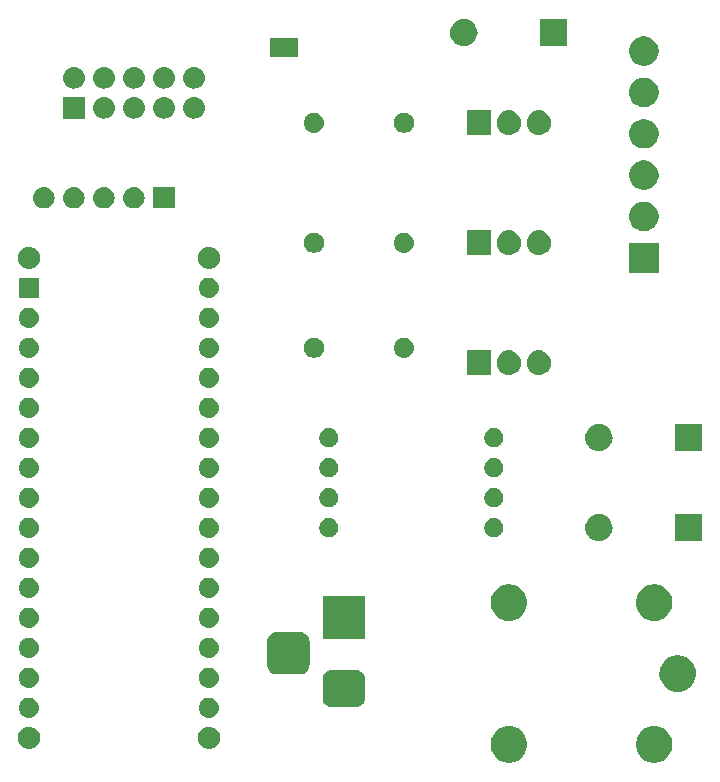
<source format=gts>
G04 #@! TF.GenerationSoftware,KiCad,Pcbnew,(5.1.2)-2*
G04 #@! TF.CreationDate,2019-08-23T10:29:04+03:00*
G04 #@! TF.ProjectId,pneumatic,706e6575-6d61-4746-9963-2e6b69636164,rev?*
G04 #@! TF.SameCoordinates,Original*
G04 #@! TF.FileFunction,Soldermask,Top*
G04 #@! TF.FilePolarity,Negative*
%FSLAX46Y46*%
G04 Gerber Fmt 4.6, Leading zero omitted, Abs format (unit mm)*
G04 Created by KiCad (PCBNEW (5.1.2)-2) date 2019-08-23 10:29:04*
%MOMM*%
%LPD*%
G04 APERTURE LIST*
%ADD10C,0.100000*%
G04 APERTURE END LIST*
D10*
G36*
X161192585Y-98108802D02*
G01*
X161342410Y-98138604D01*
X161624674Y-98255521D01*
X161878705Y-98425259D01*
X162094741Y-98641295D01*
X162264479Y-98895326D01*
X162381396Y-99177590D01*
X162381396Y-99177591D01*
X162441000Y-99477239D01*
X162441000Y-99782761D01*
X162439376Y-99790925D01*
X162381396Y-100082410D01*
X162264479Y-100364674D01*
X162094741Y-100618705D01*
X161878705Y-100834741D01*
X161624674Y-101004479D01*
X161342410Y-101121396D01*
X161192585Y-101151198D01*
X161042761Y-101181000D01*
X160737239Y-101181000D01*
X160587415Y-101151198D01*
X160437590Y-101121396D01*
X160155326Y-101004479D01*
X159901295Y-100834741D01*
X159685259Y-100618705D01*
X159515521Y-100364674D01*
X159398604Y-100082410D01*
X159340624Y-99790925D01*
X159339000Y-99782761D01*
X159339000Y-99477239D01*
X159398604Y-99177591D01*
X159398604Y-99177590D01*
X159515521Y-98895326D01*
X159685259Y-98641295D01*
X159901295Y-98425259D01*
X160155326Y-98255521D01*
X160437590Y-98138604D01*
X160587415Y-98108802D01*
X160737239Y-98079000D01*
X161042761Y-98079000D01*
X161192585Y-98108802D01*
X161192585Y-98108802D01*
G37*
G36*
X148892585Y-98108802D02*
G01*
X149042410Y-98138604D01*
X149324674Y-98255521D01*
X149578705Y-98425259D01*
X149794741Y-98641295D01*
X149964479Y-98895326D01*
X150081396Y-99177590D01*
X150081396Y-99177591D01*
X150141000Y-99477239D01*
X150141000Y-99782761D01*
X150139376Y-99790925D01*
X150081396Y-100082410D01*
X149964479Y-100364674D01*
X149794741Y-100618705D01*
X149578705Y-100834741D01*
X149324674Y-101004479D01*
X149042410Y-101121396D01*
X148892585Y-101151198D01*
X148742761Y-101181000D01*
X148437239Y-101181000D01*
X148287415Y-101151198D01*
X148137590Y-101121396D01*
X147855326Y-101004479D01*
X147601295Y-100834741D01*
X147385259Y-100618705D01*
X147215521Y-100364674D01*
X147098604Y-100082410D01*
X147040624Y-99790925D01*
X147039000Y-99782761D01*
X147039000Y-99477239D01*
X147098604Y-99177591D01*
X147098604Y-99177590D01*
X147215521Y-98895326D01*
X147385259Y-98641295D01*
X147601295Y-98425259D01*
X147855326Y-98255521D01*
X148137590Y-98138604D01*
X148287415Y-98108802D01*
X148437239Y-98079000D01*
X148742761Y-98079000D01*
X148892585Y-98108802D01*
X148892585Y-98108802D01*
G37*
G36*
X123373580Y-98137081D02*
G01*
X123464480Y-98155162D01*
X123578647Y-98202452D01*
X123635732Y-98226097D01*
X123789850Y-98329075D01*
X123920925Y-98460150D01*
X124023903Y-98614268D01*
X124023903Y-98614269D01*
X124094838Y-98785520D01*
X124131000Y-98967320D01*
X124131000Y-99152680D01*
X124094838Y-99334480D01*
X124047548Y-99448647D01*
X124023903Y-99505732D01*
X123920925Y-99659850D01*
X123789850Y-99790925D01*
X123635732Y-99893903D01*
X123578647Y-99917548D01*
X123464480Y-99964838D01*
X123373580Y-99982919D01*
X123282682Y-100001000D01*
X123097318Y-100001000D01*
X123006420Y-99982919D01*
X122915520Y-99964838D01*
X122801353Y-99917548D01*
X122744268Y-99893903D01*
X122590150Y-99790925D01*
X122459075Y-99659850D01*
X122356097Y-99505732D01*
X122332452Y-99448647D01*
X122285162Y-99334480D01*
X122249000Y-99152680D01*
X122249000Y-98967320D01*
X122285162Y-98785520D01*
X122356097Y-98614269D01*
X122356097Y-98614268D01*
X122459075Y-98460150D01*
X122590150Y-98329075D01*
X122744268Y-98226097D01*
X122801353Y-98202452D01*
X122915520Y-98155162D01*
X123006420Y-98137081D01*
X123097318Y-98119000D01*
X123282682Y-98119000D01*
X123373580Y-98137081D01*
X123373580Y-98137081D01*
G37*
G36*
X108133580Y-98137081D02*
G01*
X108224480Y-98155162D01*
X108338647Y-98202452D01*
X108395732Y-98226097D01*
X108549850Y-98329075D01*
X108680925Y-98460150D01*
X108783903Y-98614268D01*
X108783903Y-98614269D01*
X108854838Y-98785520D01*
X108891000Y-98967320D01*
X108891000Y-99152680D01*
X108854838Y-99334480D01*
X108807548Y-99448647D01*
X108783903Y-99505732D01*
X108680925Y-99659850D01*
X108549850Y-99790925D01*
X108395732Y-99893903D01*
X108338647Y-99917548D01*
X108224480Y-99964838D01*
X108133580Y-99982919D01*
X108042682Y-100001000D01*
X107857318Y-100001000D01*
X107766420Y-99982919D01*
X107675520Y-99964838D01*
X107561353Y-99917548D01*
X107504268Y-99893903D01*
X107350150Y-99790925D01*
X107219075Y-99659850D01*
X107116097Y-99505732D01*
X107092452Y-99448647D01*
X107045162Y-99334480D01*
X107009000Y-99152680D01*
X107009000Y-98967320D01*
X107045162Y-98785520D01*
X107116097Y-98614269D01*
X107116097Y-98614268D01*
X107219075Y-98460150D01*
X107350150Y-98329075D01*
X107504268Y-98226097D01*
X107561353Y-98202452D01*
X107675520Y-98155162D01*
X107766420Y-98137081D01*
X107857318Y-98119000D01*
X108042682Y-98119000D01*
X108133580Y-98137081D01*
X108133580Y-98137081D01*
G37*
G36*
X123356823Y-95681313D02*
G01*
X123517242Y-95729976D01*
X123649906Y-95800886D01*
X123665078Y-95808996D01*
X123794659Y-95915341D01*
X123901004Y-96044922D01*
X123901005Y-96044924D01*
X123980024Y-96192758D01*
X124028687Y-96353177D01*
X124045117Y-96520000D01*
X124028687Y-96686823D01*
X123980024Y-96847242D01*
X123909114Y-96979906D01*
X123901004Y-96995078D01*
X123794659Y-97124659D01*
X123665078Y-97231004D01*
X123665076Y-97231005D01*
X123517242Y-97310024D01*
X123356823Y-97358687D01*
X123231804Y-97371000D01*
X123148196Y-97371000D01*
X123023177Y-97358687D01*
X122862758Y-97310024D01*
X122714924Y-97231005D01*
X122714922Y-97231004D01*
X122585341Y-97124659D01*
X122478996Y-96995078D01*
X122470886Y-96979906D01*
X122399976Y-96847242D01*
X122351313Y-96686823D01*
X122334883Y-96520000D01*
X122351313Y-96353177D01*
X122399976Y-96192758D01*
X122478995Y-96044924D01*
X122478996Y-96044922D01*
X122585341Y-95915341D01*
X122714922Y-95808996D01*
X122730094Y-95800886D01*
X122862758Y-95729976D01*
X123023177Y-95681313D01*
X123148196Y-95669000D01*
X123231804Y-95669000D01*
X123356823Y-95681313D01*
X123356823Y-95681313D01*
G37*
G36*
X108116823Y-95681313D02*
G01*
X108277242Y-95729976D01*
X108409906Y-95800886D01*
X108425078Y-95808996D01*
X108554659Y-95915341D01*
X108661004Y-96044922D01*
X108661005Y-96044924D01*
X108740024Y-96192758D01*
X108788687Y-96353177D01*
X108805117Y-96520000D01*
X108788687Y-96686823D01*
X108740024Y-96847242D01*
X108669114Y-96979906D01*
X108661004Y-96995078D01*
X108554659Y-97124659D01*
X108425078Y-97231004D01*
X108425076Y-97231005D01*
X108277242Y-97310024D01*
X108116823Y-97358687D01*
X107991804Y-97371000D01*
X107908196Y-97371000D01*
X107783177Y-97358687D01*
X107622758Y-97310024D01*
X107474924Y-97231005D01*
X107474922Y-97231004D01*
X107345341Y-97124659D01*
X107238996Y-96995078D01*
X107230886Y-96979906D01*
X107159976Y-96847242D01*
X107111313Y-96686823D01*
X107094883Y-96520000D01*
X107111313Y-96353177D01*
X107159976Y-96192758D01*
X107238995Y-96044924D01*
X107238996Y-96044922D01*
X107345341Y-95915341D01*
X107474922Y-95808996D01*
X107490094Y-95800886D01*
X107622758Y-95729976D01*
X107783177Y-95681313D01*
X107908196Y-95669000D01*
X107991804Y-95669000D01*
X108116823Y-95681313D01*
X108116823Y-95681313D01*
G37*
G36*
X135846979Y-93363293D02*
G01*
X135980625Y-93403834D01*
X136103784Y-93469664D01*
X136211740Y-93558260D01*
X136300336Y-93666216D01*
X136366166Y-93789375D01*
X136406707Y-93923021D01*
X136421000Y-94068140D01*
X136421000Y-95731860D01*
X136406707Y-95876979D01*
X136366166Y-96010625D01*
X136300336Y-96133784D01*
X136211740Y-96241740D01*
X136103784Y-96330336D01*
X135980625Y-96396166D01*
X135846979Y-96436707D01*
X135701860Y-96451000D01*
X133538140Y-96451000D01*
X133393021Y-96436707D01*
X133259375Y-96396166D01*
X133136216Y-96330336D01*
X133028260Y-96241740D01*
X132939664Y-96133784D01*
X132873834Y-96010625D01*
X132833293Y-95876979D01*
X132819000Y-95731860D01*
X132819000Y-94068140D01*
X132833293Y-93923021D01*
X132873834Y-93789375D01*
X132939664Y-93666216D01*
X133028260Y-93558260D01*
X133136216Y-93469664D01*
X133259375Y-93403834D01*
X133393021Y-93363293D01*
X133538140Y-93349000D01*
X135701860Y-93349000D01*
X135846979Y-93363293D01*
X135846979Y-93363293D01*
G37*
G36*
X163192585Y-92108802D02*
G01*
X163342410Y-92138604D01*
X163624674Y-92255521D01*
X163878705Y-92425259D01*
X164094741Y-92641295D01*
X164264479Y-92895326D01*
X164381396Y-93177590D01*
X164399578Y-93268996D01*
X164427234Y-93408031D01*
X164441000Y-93477240D01*
X164441000Y-93782760D01*
X164381396Y-94082410D01*
X164264479Y-94364674D01*
X164094741Y-94618705D01*
X163878705Y-94834741D01*
X163624674Y-95004479D01*
X163342410Y-95121396D01*
X163192585Y-95151198D01*
X163042761Y-95181000D01*
X162737239Y-95181000D01*
X162587415Y-95151198D01*
X162437590Y-95121396D01*
X162155326Y-95004479D01*
X161901295Y-94834741D01*
X161685259Y-94618705D01*
X161515521Y-94364674D01*
X161398604Y-94082410D01*
X161339000Y-93782760D01*
X161339000Y-93477240D01*
X161352767Y-93408031D01*
X161380422Y-93268996D01*
X161398604Y-93177590D01*
X161515521Y-92895326D01*
X161685259Y-92641295D01*
X161901295Y-92425259D01*
X162155326Y-92255521D01*
X162437590Y-92138604D01*
X162587415Y-92108802D01*
X162737239Y-92079000D01*
X163042761Y-92079000D01*
X163192585Y-92108802D01*
X163192585Y-92108802D01*
G37*
G36*
X123356823Y-93141313D02*
G01*
X123517242Y-93189976D01*
X123649906Y-93260886D01*
X123665078Y-93268996D01*
X123794659Y-93375341D01*
X123901004Y-93504922D01*
X123901005Y-93504924D01*
X123980024Y-93652758D01*
X123980025Y-93652761D01*
X123989083Y-93682620D01*
X124028687Y-93813177D01*
X124045117Y-93980000D01*
X124028687Y-94146823D01*
X123980024Y-94307242D01*
X123949327Y-94364672D01*
X123901004Y-94455078D01*
X123794659Y-94584659D01*
X123665078Y-94691004D01*
X123665076Y-94691005D01*
X123517242Y-94770024D01*
X123356823Y-94818687D01*
X123231804Y-94831000D01*
X123148196Y-94831000D01*
X123023177Y-94818687D01*
X122862758Y-94770024D01*
X122714924Y-94691005D01*
X122714922Y-94691004D01*
X122585341Y-94584659D01*
X122478996Y-94455078D01*
X122430673Y-94364672D01*
X122399976Y-94307242D01*
X122351313Y-94146823D01*
X122334883Y-93980000D01*
X122351313Y-93813177D01*
X122390917Y-93682620D01*
X122399975Y-93652761D01*
X122399976Y-93652758D01*
X122478995Y-93504924D01*
X122478996Y-93504922D01*
X122585341Y-93375341D01*
X122714922Y-93268996D01*
X122730094Y-93260886D01*
X122862758Y-93189976D01*
X123023177Y-93141313D01*
X123148196Y-93129000D01*
X123231804Y-93129000D01*
X123356823Y-93141313D01*
X123356823Y-93141313D01*
G37*
G36*
X108116823Y-93141313D02*
G01*
X108277242Y-93189976D01*
X108409906Y-93260886D01*
X108425078Y-93268996D01*
X108554659Y-93375341D01*
X108661004Y-93504922D01*
X108661005Y-93504924D01*
X108740024Y-93652758D01*
X108740025Y-93652761D01*
X108749083Y-93682620D01*
X108788687Y-93813177D01*
X108805117Y-93980000D01*
X108788687Y-94146823D01*
X108740024Y-94307242D01*
X108709327Y-94364672D01*
X108661004Y-94455078D01*
X108554659Y-94584659D01*
X108425078Y-94691004D01*
X108425076Y-94691005D01*
X108277242Y-94770024D01*
X108116823Y-94818687D01*
X107991804Y-94831000D01*
X107908196Y-94831000D01*
X107783177Y-94818687D01*
X107622758Y-94770024D01*
X107474924Y-94691005D01*
X107474922Y-94691004D01*
X107345341Y-94584659D01*
X107238996Y-94455078D01*
X107190673Y-94364672D01*
X107159976Y-94307242D01*
X107111313Y-94146823D01*
X107094883Y-93980000D01*
X107111313Y-93813177D01*
X107150917Y-93682620D01*
X107159975Y-93652761D01*
X107159976Y-93652758D01*
X107238995Y-93504924D01*
X107238996Y-93504922D01*
X107345341Y-93375341D01*
X107474922Y-93268996D01*
X107490094Y-93260886D01*
X107622758Y-93189976D01*
X107783177Y-93141313D01*
X107908196Y-93129000D01*
X107991804Y-93129000D01*
X108116823Y-93141313D01*
X108116823Y-93141313D01*
G37*
G36*
X131046366Y-90115695D02*
G01*
X131203460Y-90163349D01*
X131348231Y-90240731D01*
X131475128Y-90344872D01*
X131579269Y-90471769D01*
X131656651Y-90616540D01*
X131704305Y-90773634D01*
X131721000Y-90943140D01*
X131721000Y-92856860D01*
X131704305Y-93026366D01*
X131656651Y-93183460D01*
X131579269Y-93328231D01*
X131475128Y-93455128D01*
X131348231Y-93559269D01*
X131203460Y-93636651D01*
X131046366Y-93684305D01*
X130876860Y-93701000D01*
X128963140Y-93701000D01*
X128793634Y-93684305D01*
X128636540Y-93636651D01*
X128491769Y-93559269D01*
X128364872Y-93455128D01*
X128260731Y-93328231D01*
X128183349Y-93183460D01*
X128135695Y-93026366D01*
X128119000Y-92856860D01*
X128119000Y-90943140D01*
X128135695Y-90773634D01*
X128183349Y-90616540D01*
X128260731Y-90471769D01*
X128364872Y-90344872D01*
X128491769Y-90240731D01*
X128636540Y-90163349D01*
X128793634Y-90115695D01*
X128963140Y-90099000D01*
X130876860Y-90099000D01*
X131046366Y-90115695D01*
X131046366Y-90115695D01*
G37*
G36*
X108116823Y-90601313D02*
G01*
X108277242Y-90649976D01*
X108372701Y-90701000D01*
X108425078Y-90728996D01*
X108554659Y-90835341D01*
X108661004Y-90964922D01*
X108661005Y-90964924D01*
X108740024Y-91112758D01*
X108788687Y-91273177D01*
X108805117Y-91440000D01*
X108788687Y-91606823D01*
X108740024Y-91767242D01*
X108669114Y-91899906D01*
X108661004Y-91915078D01*
X108554659Y-92044659D01*
X108425078Y-92151004D01*
X108425076Y-92151005D01*
X108277242Y-92230024D01*
X108116823Y-92278687D01*
X107991804Y-92291000D01*
X107908196Y-92291000D01*
X107783177Y-92278687D01*
X107622758Y-92230024D01*
X107474924Y-92151005D01*
X107474922Y-92151004D01*
X107345341Y-92044659D01*
X107238996Y-91915078D01*
X107230886Y-91899906D01*
X107159976Y-91767242D01*
X107111313Y-91606823D01*
X107094883Y-91440000D01*
X107111313Y-91273177D01*
X107159976Y-91112758D01*
X107238995Y-90964924D01*
X107238996Y-90964922D01*
X107345341Y-90835341D01*
X107474922Y-90728996D01*
X107527299Y-90701000D01*
X107622758Y-90649976D01*
X107783177Y-90601313D01*
X107908196Y-90589000D01*
X107991804Y-90589000D01*
X108116823Y-90601313D01*
X108116823Y-90601313D01*
G37*
G36*
X123356823Y-90601313D02*
G01*
X123517242Y-90649976D01*
X123612701Y-90701000D01*
X123665078Y-90728996D01*
X123794659Y-90835341D01*
X123901004Y-90964922D01*
X123901005Y-90964924D01*
X123980024Y-91112758D01*
X124028687Y-91273177D01*
X124045117Y-91440000D01*
X124028687Y-91606823D01*
X123980024Y-91767242D01*
X123909114Y-91899906D01*
X123901004Y-91915078D01*
X123794659Y-92044659D01*
X123665078Y-92151004D01*
X123665076Y-92151005D01*
X123517242Y-92230024D01*
X123356823Y-92278687D01*
X123231804Y-92291000D01*
X123148196Y-92291000D01*
X123023177Y-92278687D01*
X122862758Y-92230024D01*
X122714924Y-92151005D01*
X122714922Y-92151004D01*
X122585341Y-92044659D01*
X122478996Y-91915078D01*
X122470886Y-91899906D01*
X122399976Y-91767242D01*
X122351313Y-91606823D01*
X122334883Y-91440000D01*
X122351313Y-91273177D01*
X122399976Y-91112758D01*
X122478995Y-90964924D01*
X122478996Y-90964922D01*
X122585341Y-90835341D01*
X122714922Y-90728996D01*
X122767299Y-90701000D01*
X122862758Y-90649976D01*
X123023177Y-90601313D01*
X123148196Y-90589000D01*
X123231804Y-90589000D01*
X123356823Y-90601313D01*
X123356823Y-90601313D01*
G37*
G36*
X136421000Y-90701000D02*
G01*
X132819000Y-90701000D01*
X132819000Y-87099000D01*
X136421000Y-87099000D01*
X136421000Y-90701000D01*
X136421000Y-90701000D01*
G37*
G36*
X123356823Y-88061313D02*
G01*
X123517242Y-88109976D01*
X123649906Y-88180886D01*
X123665078Y-88188996D01*
X123794659Y-88295341D01*
X123901004Y-88424922D01*
X123901005Y-88424924D01*
X123980024Y-88572758D01*
X124028687Y-88733177D01*
X124045117Y-88900000D01*
X124028687Y-89066823D01*
X123980024Y-89227242D01*
X123909114Y-89359906D01*
X123901004Y-89375078D01*
X123794659Y-89504659D01*
X123665078Y-89611004D01*
X123665076Y-89611005D01*
X123517242Y-89690024D01*
X123356823Y-89738687D01*
X123231804Y-89751000D01*
X123148196Y-89751000D01*
X123023177Y-89738687D01*
X122862758Y-89690024D01*
X122714924Y-89611005D01*
X122714922Y-89611004D01*
X122585341Y-89504659D01*
X122478996Y-89375078D01*
X122470886Y-89359906D01*
X122399976Y-89227242D01*
X122351313Y-89066823D01*
X122334883Y-88900000D01*
X122351313Y-88733177D01*
X122399976Y-88572758D01*
X122478995Y-88424924D01*
X122478996Y-88424922D01*
X122585341Y-88295341D01*
X122714922Y-88188996D01*
X122730094Y-88180886D01*
X122862758Y-88109976D01*
X123023177Y-88061313D01*
X123148196Y-88049000D01*
X123231804Y-88049000D01*
X123356823Y-88061313D01*
X123356823Y-88061313D01*
G37*
G36*
X108116823Y-88061313D02*
G01*
X108277242Y-88109976D01*
X108409906Y-88180886D01*
X108425078Y-88188996D01*
X108554659Y-88295341D01*
X108661004Y-88424922D01*
X108661005Y-88424924D01*
X108740024Y-88572758D01*
X108788687Y-88733177D01*
X108805117Y-88900000D01*
X108788687Y-89066823D01*
X108740024Y-89227242D01*
X108669114Y-89359906D01*
X108661004Y-89375078D01*
X108554659Y-89504659D01*
X108425078Y-89611004D01*
X108425076Y-89611005D01*
X108277242Y-89690024D01*
X108116823Y-89738687D01*
X107991804Y-89751000D01*
X107908196Y-89751000D01*
X107783177Y-89738687D01*
X107622758Y-89690024D01*
X107474924Y-89611005D01*
X107474922Y-89611004D01*
X107345341Y-89504659D01*
X107238996Y-89375078D01*
X107230886Y-89359906D01*
X107159976Y-89227242D01*
X107111313Y-89066823D01*
X107094883Y-88900000D01*
X107111313Y-88733177D01*
X107159976Y-88572758D01*
X107238995Y-88424924D01*
X107238996Y-88424922D01*
X107345341Y-88295341D01*
X107474922Y-88188996D01*
X107490094Y-88180886D01*
X107622758Y-88109976D01*
X107783177Y-88061313D01*
X107908196Y-88049000D01*
X107991804Y-88049000D01*
X108116823Y-88061313D01*
X108116823Y-88061313D01*
G37*
G36*
X161192585Y-86108802D02*
G01*
X161342410Y-86138604D01*
X161624674Y-86255521D01*
X161878705Y-86425259D01*
X162094741Y-86641295D01*
X162264479Y-86895326D01*
X162381396Y-87177590D01*
X162441000Y-87477240D01*
X162441000Y-87782760D01*
X162381396Y-88082410D01*
X162264479Y-88364674D01*
X162094741Y-88618705D01*
X161878705Y-88834741D01*
X161624674Y-89004479D01*
X161342410Y-89121396D01*
X161192585Y-89151198D01*
X161042761Y-89181000D01*
X160737239Y-89181000D01*
X160587415Y-89151198D01*
X160437590Y-89121396D01*
X160155326Y-89004479D01*
X159901295Y-88834741D01*
X159685259Y-88618705D01*
X159515521Y-88364674D01*
X159398604Y-88082410D01*
X159339000Y-87782760D01*
X159339000Y-87477240D01*
X159398604Y-87177590D01*
X159515521Y-86895326D01*
X159685259Y-86641295D01*
X159901295Y-86425259D01*
X160155326Y-86255521D01*
X160437590Y-86138604D01*
X160587415Y-86108802D01*
X160737239Y-86079000D01*
X161042761Y-86079000D01*
X161192585Y-86108802D01*
X161192585Y-86108802D01*
G37*
G36*
X148892585Y-86108802D02*
G01*
X149042410Y-86138604D01*
X149324674Y-86255521D01*
X149578705Y-86425259D01*
X149794741Y-86641295D01*
X149964479Y-86895326D01*
X150081396Y-87177590D01*
X150141000Y-87477240D01*
X150141000Y-87782760D01*
X150081396Y-88082410D01*
X149964479Y-88364674D01*
X149794741Y-88618705D01*
X149578705Y-88834741D01*
X149324674Y-89004479D01*
X149042410Y-89121396D01*
X148892585Y-89151198D01*
X148742761Y-89181000D01*
X148437239Y-89181000D01*
X148287415Y-89151198D01*
X148137590Y-89121396D01*
X147855326Y-89004479D01*
X147601295Y-88834741D01*
X147385259Y-88618705D01*
X147215521Y-88364674D01*
X147098604Y-88082410D01*
X147039000Y-87782760D01*
X147039000Y-87477240D01*
X147098604Y-87177590D01*
X147215521Y-86895326D01*
X147385259Y-86641295D01*
X147601295Y-86425259D01*
X147855326Y-86255521D01*
X148137590Y-86138604D01*
X148287415Y-86108802D01*
X148437239Y-86079000D01*
X148742761Y-86079000D01*
X148892585Y-86108802D01*
X148892585Y-86108802D01*
G37*
G36*
X123356823Y-85521313D02*
G01*
X123517242Y-85569976D01*
X123649906Y-85640886D01*
X123665078Y-85648996D01*
X123794659Y-85755341D01*
X123901004Y-85884922D01*
X123901005Y-85884924D01*
X123980024Y-86032758D01*
X124028687Y-86193177D01*
X124045117Y-86360000D01*
X124028687Y-86526823D01*
X123980024Y-86687242D01*
X123909114Y-86819906D01*
X123901004Y-86835078D01*
X123794659Y-86964659D01*
X123665078Y-87071004D01*
X123665076Y-87071005D01*
X123517242Y-87150024D01*
X123356823Y-87198687D01*
X123231804Y-87211000D01*
X123148196Y-87211000D01*
X123023177Y-87198687D01*
X122862758Y-87150024D01*
X122714924Y-87071005D01*
X122714922Y-87071004D01*
X122585341Y-86964659D01*
X122478996Y-86835078D01*
X122470886Y-86819906D01*
X122399976Y-86687242D01*
X122351313Y-86526823D01*
X122334883Y-86360000D01*
X122351313Y-86193177D01*
X122399976Y-86032758D01*
X122478995Y-85884924D01*
X122478996Y-85884922D01*
X122585341Y-85755341D01*
X122714922Y-85648996D01*
X122730094Y-85640886D01*
X122862758Y-85569976D01*
X123023177Y-85521313D01*
X123148196Y-85509000D01*
X123231804Y-85509000D01*
X123356823Y-85521313D01*
X123356823Y-85521313D01*
G37*
G36*
X108116823Y-85521313D02*
G01*
X108277242Y-85569976D01*
X108409906Y-85640886D01*
X108425078Y-85648996D01*
X108554659Y-85755341D01*
X108661004Y-85884922D01*
X108661005Y-85884924D01*
X108740024Y-86032758D01*
X108788687Y-86193177D01*
X108805117Y-86360000D01*
X108788687Y-86526823D01*
X108740024Y-86687242D01*
X108669114Y-86819906D01*
X108661004Y-86835078D01*
X108554659Y-86964659D01*
X108425078Y-87071004D01*
X108425076Y-87071005D01*
X108277242Y-87150024D01*
X108116823Y-87198687D01*
X107991804Y-87211000D01*
X107908196Y-87211000D01*
X107783177Y-87198687D01*
X107622758Y-87150024D01*
X107474924Y-87071005D01*
X107474922Y-87071004D01*
X107345341Y-86964659D01*
X107238996Y-86835078D01*
X107230886Y-86819906D01*
X107159976Y-86687242D01*
X107111313Y-86526823D01*
X107094883Y-86360000D01*
X107111313Y-86193177D01*
X107159976Y-86032758D01*
X107238995Y-85884924D01*
X107238996Y-85884922D01*
X107345341Y-85755341D01*
X107474922Y-85648996D01*
X107490094Y-85640886D01*
X107622758Y-85569976D01*
X107783177Y-85521313D01*
X107908196Y-85509000D01*
X107991804Y-85509000D01*
X108116823Y-85521313D01*
X108116823Y-85521313D01*
G37*
G36*
X123356823Y-82981313D02*
G01*
X123517242Y-83029976D01*
X123649906Y-83100886D01*
X123665078Y-83108996D01*
X123794659Y-83215341D01*
X123901004Y-83344922D01*
X123901005Y-83344924D01*
X123980024Y-83492758D01*
X124028687Y-83653177D01*
X124045117Y-83820000D01*
X124028687Y-83986823D01*
X123980024Y-84147242D01*
X123909114Y-84279906D01*
X123901004Y-84295078D01*
X123794659Y-84424659D01*
X123665078Y-84531004D01*
X123665076Y-84531005D01*
X123517242Y-84610024D01*
X123356823Y-84658687D01*
X123231804Y-84671000D01*
X123148196Y-84671000D01*
X123023177Y-84658687D01*
X122862758Y-84610024D01*
X122714924Y-84531005D01*
X122714922Y-84531004D01*
X122585341Y-84424659D01*
X122478996Y-84295078D01*
X122470886Y-84279906D01*
X122399976Y-84147242D01*
X122351313Y-83986823D01*
X122334883Y-83820000D01*
X122351313Y-83653177D01*
X122399976Y-83492758D01*
X122478995Y-83344924D01*
X122478996Y-83344922D01*
X122585341Y-83215341D01*
X122714922Y-83108996D01*
X122730094Y-83100886D01*
X122862758Y-83029976D01*
X123023177Y-82981313D01*
X123148196Y-82969000D01*
X123231804Y-82969000D01*
X123356823Y-82981313D01*
X123356823Y-82981313D01*
G37*
G36*
X108116823Y-82981313D02*
G01*
X108277242Y-83029976D01*
X108409906Y-83100886D01*
X108425078Y-83108996D01*
X108554659Y-83215341D01*
X108661004Y-83344922D01*
X108661005Y-83344924D01*
X108740024Y-83492758D01*
X108788687Y-83653177D01*
X108805117Y-83820000D01*
X108788687Y-83986823D01*
X108740024Y-84147242D01*
X108669114Y-84279906D01*
X108661004Y-84295078D01*
X108554659Y-84424659D01*
X108425078Y-84531004D01*
X108425076Y-84531005D01*
X108277242Y-84610024D01*
X108116823Y-84658687D01*
X107991804Y-84671000D01*
X107908196Y-84671000D01*
X107783177Y-84658687D01*
X107622758Y-84610024D01*
X107474924Y-84531005D01*
X107474922Y-84531004D01*
X107345341Y-84424659D01*
X107238996Y-84295078D01*
X107230886Y-84279906D01*
X107159976Y-84147242D01*
X107111313Y-83986823D01*
X107094883Y-83820000D01*
X107111313Y-83653177D01*
X107159976Y-83492758D01*
X107238995Y-83344924D01*
X107238996Y-83344922D01*
X107345341Y-83215341D01*
X107474922Y-83108996D01*
X107490094Y-83100886D01*
X107622758Y-83029976D01*
X107783177Y-82981313D01*
X107908196Y-82969000D01*
X107991804Y-82969000D01*
X108116823Y-82981313D01*
X108116823Y-82981313D01*
G37*
G36*
X164981000Y-82431000D02*
G01*
X162679000Y-82431000D01*
X162679000Y-80129000D01*
X164981000Y-80129000D01*
X164981000Y-82431000D01*
X164981000Y-82431000D01*
G37*
G36*
X156379271Y-80140103D02*
G01*
X156435635Y-80145654D01*
X156652600Y-80211470D01*
X156652602Y-80211471D01*
X156852555Y-80318347D01*
X157027818Y-80462182D01*
X157171653Y-80637445D01*
X157238091Y-80761743D01*
X157278530Y-80837400D01*
X157344346Y-81054365D01*
X157366569Y-81280000D01*
X157344346Y-81505635D01*
X157295973Y-81665100D01*
X157278529Y-81722602D01*
X157171653Y-81922555D01*
X157027818Y-82097818D01*
X156852555Y-82241653D01*
X156652602Y-82348529D01*
X156652600Y-82348530D01*
X156435635Y-82414346D01*
X156379271Y-82419897D01*
X156266545Y-82431000D01*
X156153455Y-82431000D01*
X156040729Y-82419897D01*
X155984365Y-82414346D01*
X155767400Y-82348530D01*
X155767398Y-82348529D01*
X155567445Y-82241653D01*
X155392182Y-82097818D01*
X155248347Y-81922555D01*
X155141471Y-81722602D01*
X155124028Y-81665100D01*
X155075654Y-81505635D01*
X155053431Y-81280000D01*
X155075654Y-81054365D01*
X155141470Y-80837400D01*
X155181909Y-80761743D01*
X155248347Y-80637445D01*
X155392182Y-80462182D01*
X155567445Y-80318347D01*
X155767398Y-80211471D01*
X155767400Y-80211470D01*
X155984365Y-80145654D01*
X156040729Y-80140103D01*
X156153455Y-80129000D01*
X156266545Y-80129000D01*
X156379271Y-80140103D01*
X156379271Y-80140103D01*
G37*
G36*
X108116823Y-80441313D02*
G01*
X108277242Y-80489976D01*
X108407366Y-80559529D01*
X108425078Y-80568996D01*
X108554659Y-80675341D01*
X108661004Y-80804922D01*
X108661005Y-80804924D01*
X108740024Y-80952758D01*
X108788687Y-81113177D01*
X108805117Y-81280000D01*
X108788687Y-81446823D01*
X108740024Y-81607242D01*
X108678364Y-81722600D01*
X108661004Y-81755078D01*
X108554659Y-81884659D01*
X108425078Y-81991004D01*
X108425076Y-81991005D01*
X108277242Y-82070024D01*
X108116823Y-82118687D01*
X107991804Y-82131000D01*
X107908196Y-82131000D01*
X107783177Y-82118687D01*
X107622758Y-82070024D01*
X107474924Y-81991005D01*
X107474922Y-81991004D01*
X107345341Y-81884659D01*
X107238996Y-81755078D01*
X107221636Y-81722600D01*
X107159976Y-81607242D01*
X107111313Y-81446823D01*
X107094883Y-81280000D01*
X107111313Y-81113177D01*
X107159976Y-80952758D01*
X107238995Y-80804924D01*
X107238996Y-80804922D01*
X107345341Y-80675341D01*
X107474922Y-80568996D01*
X107492634Y-80559529D01*
X107622758Y-80489976D01*
X107783177Y-80441313D01*
X107908196Y-80429000D01*
X107991804Y-80429000D01*
X108116823Y-80441313D01*
X108116823Y-80441313D01*
G37*
G36*
X123356823Y-80441313D02*
G01*
X123517242Y-80489976D01*
X123647366Y-80559529D01*
X123665078Y-80568996D01*
X123794659Y-80675341D01*
X123901004Y-80804922D01*
X123901005Y-80804924D01*
X123980024Y-80952758D01*
X124028687Y-81113177D01*
X124045117Y-81280000D01*
X124028687Y-81446823D01*
X123980024Y-81607242D01*
X123918364Y-81722600D01*
X123901004Y-81755078D01*
X123794659Y-81884659D01*
X123665078Y-81991004D01*
X123665076Y-81991005D01*
X123517242Y-82070024D01*
X123356823Y-82118687D01*
X123231804Y-82131000D01*
X123148196Y-82131000D01*
X123023177Y-82118687D01*
X122862758Y-82070024D01*
X122714924Y-81991005D01*
X122714922Y-81991004D01*
X122585341Y-81884659D01*
X122478996Y-81755078D01*
X122461636Y-81722600D01*
X122399976Y-81607242D01*
X122351313Y-81446823D01*
X122334883Y-81280000D01*
X122351313Y-81113177D01*
X122399976Y-80952758D01*
X122478995Y-80804924D01*
X122478996Y-80804922D01*
X122585341Y-80675341D01*
X122714922Y-80568996D01*
X122732634Y-80559529D01*
X122862758Y-80489976D01*
X123023177Y-80441313D01*
X123148196Y-80429000D01*
X123231804Y-80429000D01*
X123356823Y-80441313D01*
X123356823Y-80441313D01*
G37*
G36*
X133587142Y-80498242D02*
G01*
X133735101Y-80559529D01*
X133868255Y-80648499D01*
X133981501Y-80761745D01*
X134070471Y-80894899D01*
X134131758Y-81042858D01*
X134163000Y-81199925D01*
X134163000Y-81360075D01*
X134131758Y-81517142D01*
X134070471Y-81665101D01*
X133981501Y-81798255D01*
X133868255Y-81911501D01*
X133735101Y-82000471D01*
X133587142Y-82061758D01*
X133430075Y-82093000D01*
X133269925Y-82093000D01*
X133112858Y-82061758D01*
X132964899Y-82000471D01*
X132831745Y-81911501D01*
X132718499Y-81798255D01*
X132629529Y-81665101D01*
X132568242Y-81517142D01*
X132537000Y-81360075D01*
X132537000Y-81199925D01*
X132568242Y-81042858D01*
X132629529Y-80894899D01*
X132718499Y-80761745D01*
X132831745Y-80648499D01*
X132964899Y-80559529D01*
X133112858Y-80498242D01*
X133269925Y-80467000D01*
X133430075Y-80467000D01*
X133587142Y-80498242D01*
X133587142Y-80498242D01*
G37*
G36*
X147557142Y-80498242D02*
G01*
X147705101Y-80559529D01*
X147838255Y-80648499D01*
X147951501Y-80761745D01*
X148040471Y-80894899D01*
X148101758Y-81042858D01*
X148133000Y-81199925D01*
X148133000Y-81360075D01*
X148101758Y-81517142D01*
X148040471Y-81665101D01*
X147951501Y-81798255D01*
X147838255Y-81911501D01*
X147705101Y-82000471D01*
X147557142Y-82061758D01*
X147400075Y-82093000D01*
X147239925Y-82093000D01*
X147082858Y-82061758D01*
X146934899Y-82000471D01*
X146801745Y-81911501D01*
X146688499Y-81798255D01*
X146599529Y-81665101D01*
X146538242Y-81517142D01*
X146507000Y-81360075D01*
X146507000Y-81199925D01*
X146538242Y-81042858D01*
X146599529Y-80894899D01*
X146688499Y-80761745D01*
X146801745Y-80648499D01*
X146934899Y-80559529D01*
X147082858Y-80498242D01*
X147239925Y-80467000D01*
X147400075Y-80467000D01*
X147557142Y-80498242D01*
X147557142Y-80498242D01*
G37*
G36*
X108116823Y-77901313D02*
G01*
X108277242Y-77949976D01*
X108407366Y-78019529D01*
X108425078Y-78028996D01*
X108554659Y-78135341D01*
X108661004Y-78264922D01*
X108661005Y-78264924D01*
X108740024Y-78412758D01*
X108788687Y-78573177D01*
X108805117Y-78740000D01*
X108788687Y-78906823D01*
X108740024Y-79067242D01*
X108669114Y-79199906D01*
X108661004Y-79215078D01*
X108554659Y-79344659D01*
X108425078Y-79451004D01*
X108425076Y-79451005D01*
X108277242Y-79530024D01*
X108116823Y-79578687D01*
X107991804Y-79591000D01*
X107908196Y-79591000D01*
X107783177Y-79578687D01*
X107622758Y-79530024D01*
X107474924Y-79451005D01*
X107474922Y-79451004D01*
X107345341Y-79344659D01*
X107238996Y-79215078D01*
X107230886Y-79199906D01*
X107159976Y-79067242D01*
X107111313Y-78906823D01*
X107094883Y-78740000D01*
X107111313Y-78573177D01*
X107159976Y-78412758D01*
X107238995Y-78264924D01*
X107238996Y-78264922D01*
X107345341Y-78135341D01*
X107474922Y-78028996D01*
X107492634Y-78019529D01*
X107622758Y-77949976D01*
X107783177Y-77901313D01*
X107908196Y-77889000D01*
X107991804Y-77889000D01*
X108116823Y-77901313D01*
X108116823Y-77901313D01*
G37*
G36*
X123356823Y-77901313D02*
G01*
X123517242Y-77949976D01*
X123647366Y-78019529D01*
X123665078Y-78028996D01*
X123794659Y-78135341D01*
X123901004Y-78264922D01*
X123901005Y-78264924D01*
X123980024Y-78412758D01*
X124028687Y-78573177D01*
X124045117Y-78740000D01*
X124028687Y-78906823D01*
X123980024Y-79067242D01*
X123909114Y-79199906D01*
X123901004Y-79215078D01*
X123794659Y-79344659D01*
X123665078Y-79451004D01*
X123665076Y-79451005D01*
X123517242Y-79530024D01*
X123356823Y-79578687D01*
X123231804Y-79591000D01*
X123148196Y-79591000D01*
X123023177Y-79578687D01*
X122862758Y-79530024D01*
X122714924Y-79451005D01*
X122714922Y-79451004D01*
X122585341Y-79344659D01*
X122478996Y-79215078D01*
X122470886Y-79199906D01*
X122399976Y-79067242D01*
X122351313Y-78906823D01*
X122334883Y-78740000D01*
X122351313Y-78573177D01*
X122399976Y-78412758D01*
X122478995Y-78264924D01*
X122478996Y-78264922D01*
X122585341Y-78135341D01*
X122714922Y-78028996D01*
X122732634Y-78019529D01*
X122862758Y-77949976D01*
X123023177Y-77901313D01*
X123148196Y-77889000D01*
X123231804Y-77889000D01*
X123356823Y-77901313D01*
X123356823Y-77901313D01*
G37*
G36*
X147557142Y-77958242D02*
G01*
X147705101Y-78019529D01*
X147838255Y-78108499D01*
X147951501Y-78221745D01*
X148040471Y-78354899D01*
X148101758Y-78502858D01*
X148133000Y-78659925D01*
X148133000Y-78820075D01*
X148101758Y-78977142D01*
X148040471Y-79125101D01*
X147951501Y-79258255D01*
X147838255Y-79371501D01*
X147705101Y-79460471D01*
X147557142Y-79521758D01*
X147400075Y-79553000D01*
X147239925Y-79553000D01*
X147082858Y-79521758D01*
X146934899Y-79460471D01*
X146801745Y-79371501D01*
X146688499Y-79258255D01*
X146599529Y-79125101D01*
X146538242Y-78977142D01*
X146507000Y-78820075D01*
X146507000Y-78659925D01*
X146538242Y-78502858D01*
X146599529Y-78354899D01*
X146688499Y-78221745D01*
X146801745Y-78108499D01*
X146934899Y-78019529D01*
X147082858Y-77958242D01*
X147239925Y-77927000D01*
X147400075Y-77927000D01*
X147557142Y-77958242D01*
X147557142Y-77958242D01*
G37*
G36*
X133587142Y-77958242D02*
G01*
X133735101Y-78019529D01*
X133868255Y-78108499D01*
X133981501Y-78221745D01*
X134070471Y-78354899D01*
X134131758Y-78502858D01*
X134163000Y-78659925D01*
X134163000Y-78820075D01*
X134131758Y-78977142D01*
X134070471Y-79125101D01*
X133981501Y-79258255D01*
X133868255Y-79371501D01*
X133735101Y-79460471D01*
X133587142Y-79521758D01*
X133430075Y-79553000D01*
X133269925Y-79553000D01*
X133112858Y-79521758D01*
X132964899Y-79460471D01*
X132831745Y-79371501D01*
X132718499Y-79258255D01*
X132629529Y-79125101D01*
X132568242Y-78977142D01*
X132537000Y-78820075D01*
X132537000Y-78659925D01*
X132568242Y-78502858D01*
X132629529Y-78354899D01*
X132718499Y-78221745D01*
X132831745Y-78108499D01*
X132964899Y-78019529D01*
X133112858Y-77958242D01*
X133269925Y-77927000D01*
X133430075Y-77927000D01*
X133587142Y-77958242D01*
X133587142Y-77958242D01*
G37*
G36*
X123356823Y-75361313D02*
G01*
X123517242Y-75409976D01*
X123647366Y-75479529D01*
X123665078Y-75488996D01*
X123794659Y-75595341D01*
X123901004Y-75724922D01*
X123901005Y-75724924D01*
X123980024Y-75872758D01*
X124028687Y-76033177D01*
X124045117Y-76200000D01*
X124028687Y-76366823D01*
X123980024Y-76527242D01*
X123909114Y-76659906D01*
X123901004Y-76675078D01*
X123794659Y-76804659D01*
X123665078Y-76911004D01*
X123665076Y-76911005D01*
X123517242Y-76990024D01*
X123356823Y-77038687D01*
X123231804Y-77051000D01*
X123148196Y-77051000D01*
X123023177Y-77038687D01*
X122862758Y-76990024D01*
X122714924Y-76911005D01*
X122714922Y-76911004D01*
X122585341Y-76804659D01*
X122478996Y-76675078D01*
X122470886Y-76659906D01*
X122399976Y-76527242D01*
X122351313Y-76366823D01*
X122334883Y-76200000D01*
X122351313Y-76033177D01*
X122399976Y-75872758D01*
X122478995Y-75724924D01*
X122478996Y-75724922D01*
X122585341Y-75595341D01*
X122714922Y-75488996D01*
X122732634Y-75479529D01*
X122862758Y-75409976D01*
X123023177Y-75361313D01*
X123148196Y-75349000D01*
X123231804Y-75349000D01*
X123356823Y-75361313D01*
X123356823Y-75361313D01*
G37*
G36*
X108116823Y-75361313D02*
G01*
X108277242Y-75409976D01*
X108407366Y-75479529D01*
X108425078Y-75488996D01*
X108554659Y-75595341D01*
X108661004Y-75724922D01*
X108661005Y-75724924D01*
X108740024Y-75872758D01*
X108788687Y-76033177D01*
X108805117Y-76200000D01*
X108788687Y-76366823D01*
X108740024Y-76527242D01*
X108669114Y-76659906D01*
X108661004Y-76675078D01*
X108554659Y-76804659D01*
X108425078Y-76911004D01*
X108425076Y-76911005D01*
X108277242Y-76990024D01*
X108116823Y-77038687D01*
X107991804Y-77051000D01*
X107908196Y-77051000D01*
X107783177Y-77038687D01*
X107622758Y-76990024D01*
X107474924Y-76911005D01*
X107474922Y-76911004D01*
X107345341Y-76804659D01*
X107238996Y-76675078D01*
X107230886Y-76659906D01*
X107159976Y-76527242D01*
X107111313Y-76366823D01*
X107094883Y-76200000D01*
X107111313Y-76033177D01*
X107159976Y-75872758D01*
X107238995Y-75724924D01*
X107238996Y-75724922D01*
X107345341Y-75595341D01*
X107474922Y-75488996D01*
X107492634Y-75479529D01*
X107622758Y-75409976D01*
X107783177Y-75361313D01*
X107908196Y-75349000D01*
X107991804Y-75349000D01*
X108116823Y-75361313D01*
X108116823Y-75361313D01*
G37*
G36*
X147557142Y-75418242D02*
G01*
X147705101Y-75479529D01*
X147838255Y-75568499D01*
X147951501Y-75681745D01*
X148040471Y-75814899D01*
X148101758Y-75962858D01*
X148133000Y-76119925D01*
X148133000Y-76280075D01*
X148101758Y-76437142D01*
X148040471Y-76585101D01*
X147951501Y-76718255D01*
X147838255Y-76831501D01*
X147705101Y-76920471D01*
X147557142Y-76981758D01*
X147400075Y-77013000D01*
X147239925Y-77013000D01*
X147082858Y-76981758D01*
X146934899Y-76920471D01*
X146801745Y-76831501D01*
X146688499Y-76718255D01*
X146599529Y-76585101D01*
X146538242Y-76437142D01*
X146507000Y-76280075D01*
X146507000Y-76119925D01*
X146538242Y-75962858D01*
X146599529Y-75814899D01*
X146688499Y-75681745D01*
X146801745Y-75568499D01*
X146934899Y-75479529D01*
X147082858Y-75418242D01*
X147239925Y-75387000D01*
X147400075Y-75387000D01*
X147557142Y-75418242D01*
X147557142Y-75418242D01*
G37*
G36*
X133587142Y-75418242D02*
G01*
X133735101Y-75479529D01*
X133868255Y-75568499D01*
X133981501Y-75681745D01*
X134070471Y-75814899D01*
X134131758Y-75962858D01*
X134163000Y-76119925D01*
X134163000Y-76280075D01*
X134131758Y-76437142D01*
X134070471Y-76585101D01*
X133981501Y-76718255D01*
X133868255Y-76831501D01*
X133735101Y-76920471D01*
X133587142Y-76981758D01*
X133430075Y-77013000D01*
X133269925Y-77013000D01*
X133112858Y-76981758D01*
X132964899Y-76920471D01*
X132831745Y-76831501D01*
X132718499Y-76718255D01*
X132629529Y-76585101D01*
X132568242Y-76437142D01*
X132537000Y-76280075D01*
X132537000Y-76119925D01*
X132568242Y-75962858D01*
X132629529Y-75814899D01*
X132718499Y-75681745D01*
X132831745Y-75568499D01*
X132964899Y-75479529D01*
X133112858Y-75418242D01*
X133269925Y-75387000D01*
X133430075Y-75387000D01*
X133587142Y-75418242D01*
X133587142Y-75418242D01*
G37*
G36*
X156379271Y-72520103D02*
G01*
X156435635Y-72525654D01*
X156652600Y-72591470D01*
X156652602Y-72591471D01*
X156852555Y-72698347D01*
X157027818Y-72842182D01*
X157171653Y-73017445D01*
X157238091Y-73141743D01*
X157278530Y-73217400D01*
X157344346Y-73434365D01*
X157366569Y-73660000D01*
X157344346Y-73885635D01*
X157295973Y-74045100D01*
X157278529Y-74102602D01*
X157171653Y-74302555D01*
X157027818Y-74477818D01*
X156852555Y-74621653D01*
X156652602Y-74728529D01*
X156652600Y-74728530D01*
X156435635Y-74794346D01*
X156379271Y-74799897D01*
X156266545Y-74811000D01*
X156153455Y-74811000D01*
X156040729Y-74799897D01*
X155984365Y-74794346D01*
X155767400Y-74728530D01*
X155767398Y-74728529D01*
X155567445Y-74621653D01*
X155392182Y-74477818D01*
X155248347Y-74302555D01*
X155141471Y-74102602D01*
X155124028Y-74045100D01*
X155075654Y-73885635D01*
X155053431Y-73660000D01*
X155075654Y-73434365D01*
X155141470Y-73217400D01*
X155181909Y-73141743D01*
X155248347Y-73017445D01*
X155392182Y-72842182D01*
X155567445Y-72698347D01*
X155767398Y-72591471D01*
X155767400Y-72591470D01*
X155984365Y-72525654D01*
X156040729Y-72520103D01*
X156153455Y-72509000D01*
X156266545Y-72509000D01*
X156379271Y-72520103D01*
X156379271Y-72520103D01*
G37*
G36*
X164981000Y-74811000D02*
G01*
X162679000Y-74811000D01*
X162679000Y-72509000D01*
X164981000Y-72509000D01*
X164981000Y-74811000D01*
X164981000Y-74811000D01*
G37*
G36*
X123356823Y-72821313D02*
G01*
X123517242Y-72869976D01*
X123647366Y-72939529D01*
X123665078Y-72948996D01*
X123794659Y-73055341D01*
X123901004Y-73184922D01*
X123901005Y-73184924D01*
X123980024Y-73332758D01*
X124028687Y-73493177D01*
X124045117Y-73660000D01*
X124028687Y-73826823D01*
X123980024Y-73987242D01*
X123918364Y-74102600D01*
X123901004Y-74135078D01*
X123794659Y-74264659D01*
X123665078Y-74371004D01*
X123665076Y-74371005D01*
X123517242Y-74450024D01*
X123356823Y-74498687D01*
X123231804Y-74511000D01*
X123148196Y-74511000D01*
X123023177Y-74498687D01*
X122862758Y-74450024D01*
X122714924Y-74371005D01*
X122714922Y-74371004D01*
X122585341Y-74264659D01*
X122478996Y-74135078D01*
X122461636Y-74102600D01*
X122399976Y-73987242D01*
X122351313Y-73826823D01*
X122334883Y-73660000D01*
X122351313Y-73493177D01*
X122399976Y-73332758D01*
X122478995Y-73184924D01*
X122478996Y-73184922D01*
X122585341Y-73055341D01*
X122714922Y-72948996D01*
X122732634Y-72939529D01*
X122862758Y-72869976D01*
X123023177Y-72821313D01*
X123148196Y-72809000D01*
X123231804Y-72809000D01*
X123356823Y-72821313D01*
X123356823Y-72821313D01*
G37*
G36*
X108116823Y-72821313D02*
G01*
X108277242Y-72869976D01*
X108407366Y-72939529D01*
X108425078Y-72948996D01*
X108554659Y-73055341D01*
X108661004Y-73184922D01*
X108661005Y-73184924D01*
X108740024Y-73332758D01*
X108788687Y-73493177D01*
X108805117Y-73660000D01*
X108788687Y-73826823D01*
X108740024Y-73987242D01*
X108678364Y-74102600D01*
X108661004Y-74135078D01*
X108554659Y-74264659D01*
X108425078Y-74371004D01*
X108425076Y-74371005D01*
X108277242Y-74450024D01*
X108116823Y-74498687D01*
X107991804Y-74511000D01*
X107908196Y-74511000D01*
X107783177Y-74498687D01*
X107622758Y-74450024D01*
X107474924Y-74371005D01*
X107474922Y-74371004D01*
X107345341Y-74264659D01*
X107238996Y-74135078D01*
X107221636Y-74102600D01*
X107159976Y-73987242D01*
X107111313Y-73826823D01*
X107094883Y-73660000D01*
X107111313Y-73493177D01*
X107159976Y-73332758D01*
X107238995Y-73184924D01*
X107238996Y-73184922D01*
X107345341Y-73055341D01*
X107474922Y-72948996D01*
X107492634Y-72939529D01*
X107622758Y-72869976D01*
X107783177Y-72821313D01*
X107908196Y-72809000D01*
X107991804Y-72809000D01*
X108116823Y-72821313D01*
X108116823Y-72821313D01*
G37*
G36*
X147557142Y-72878242D02*
G01*
X147705101Y-72939529D01*
X147838255Y-73028499D01*
X147951501Y-73141745D01*
X148040471Y-73274899D01*
X148101758Y-73422858D01*
X148133000Y-73579925D01*
X148133000Y-73740075D01*
X148101758Y-73897142D01*
X148040471Y-74045101D01*
X147951501Y-74178255D01*
X147838255Y-74291501D01*
X147705101Y-74380471D01*
X147557142Y-74441758D01*
X147400075Y-74473000D01*
X147239925Y-74473000D01*
X147082858Y-74441758D01*
X146934899Y-74380471D01*
X146801745Y-74291501D01*
X146688499Y-74178255D01*
X146599529Y-74045101D01*
X146538242Y-73897142D01*
X146507000Y-73740075D01*
X146507000Y-73579925D01*
X146538242Y-73422858D01*
X146599529Y-73274899D01*
X146688499Y-73141745D01*
X146801745Y-73028499D01*
X146934899Y-72939529D01*
X147082858Y-72878242D01*
X147239925Y-72847000D01*
X147400075Y-72847000D01*
X147557142Y-72878242D01*
X147557142Y-72878242D01*
G37*
G36*
X133587142Y-72878242D02*
G01*
X133735101Y-72939529D01*
X133868255Y-73028499D01*
X133981501Y-73141745D01*
X134070471Y-73274899D01*
X134131758Y-73422858D01*
X134163000Y-73579925D01*
X134163000Y-73740075D01*
X134131758Y-73897142D01*
X134070471Y-74045101D01*
X133981501Y-74178255D01*
X133868255Y-74291501D01*
X133735101Y-74380471D01*
X133587142Y-74441758D01*
X133430075Y-74473000D01*
X133269925Y-74473000D01*
X133112858Y-74441758D01*
X132964899Y-74380471D01*
X132831745Y-74291501D01*
X132718499Y-74178255D01*
X132629529Y-74045101D01*
X132568242Y-73897142D01*
X132537000Y-73740075D01*
X132537000Y-73579925D01*
X132568242Y-73422858D01*
X132629529Y-73274899D01*
X132718499Y-73141745D01*
X132831745Y-73028499D01*
X132964899Y-72939529D01*
X133112858Y-72878242D01*
X133269925Y-72847000D01*
X133430075Y-72847000D01*
X133587142Y-72878242D01*
X133587142Y-72878242D01*
G37*
G36*
X123356823Y-70281313D02*
G01*
X123517242Y-70329976D01*
X123649906Y-70400886D01*
X123665078Y-70408996D01*
X123794659Y-70515341D01*
X123901004Y-70644922D01*
X123901005Y-70644924D01*
X123980024Y-70792758D01*
X124028687Y-70953177D01*
X124045117Y-71120000D01*
X124028687Y-71286823D01*
X123980024Y-71447242D01*
X123909114Y-71579906D01*
X123901004Y-71595078D01*
X123794659Y-71724659D01*
X123665078Y-71831004D01*
X123665076Y-71831005D01*
X123517242Y-71910024D01*
X123356823Y-71958687D01*
X123231804Y-71971000D01*
X123148196Y-71971000D01*
X123023177Y-71958687D01*
X122862758Y-71910024D01*
X122714924Y-71831005D01*
X122714922Y-71831004D01*
X122585341Y-71724659D01*
X122478996Y-71595078D01*
X122470886Y-71579906D01*
X122399976Y-71447242D01*
X122351313Y-71286823D01*
X122334883Y-71120000D01*
X122351313Y-70953177D01*
X122399976Y-70792758D01*
X122478995Y-70644924D01*
X122478996Y-70644922D01*
X122585341Y-70515341D01*
X122714922Y-70408996D01*
X122730094Y-70400886D01*
X122862758Y-70329976D01*
X123023177Y-70281313D01*
X123148196Y-70269000D01*
X123231804Y-70269000D01*
X123356823Y-70281313D01*
X123356823Y-70281313D01*
G37*
G36*
X108116823Y-70281313D02*
G01*
X108277242Y-70329976D01*
X108409906Y-70400886D01*
X108425078Y-70408996D01*
X108554659Y-70515341D01*
X108661004Y-70644922D01*
X108661005Y-70644924D01*
X108740024Y-70792758D01*
X108788687Y-70953177D01*
X108805117Y-71120000D01*
X108788687Y-71286823D01*
X108740024Y-71447242D01*
X108669114Y-71579906D01*
X108661004Y-71595078D01*
X108554659Y-71724659D01*
X108425078Y-71831004D01*
X108425076Y-71831005D01*
X108277242Y-71910024D01*
X108116823Y-71958687D01*
X107991804Y-71971000D01*
X107908196Y-71971000D01*
X107783177Y-71958687D01*
X107622758Y-71910024D01*
X107474924Y-71831005D01*
X107474922Y-71831004D01*
X107345341Y-71724659D01*
X107238996Y-71595078D01*
X107230886Y-71579906D01*
X107159976Y-71447242D01*
X107111313Y-71286823D01*
X107094883Y-71120000D01*
X107111313Y-70953177D01*
X107159976Y-70792758D01*
X107238995Y-70644924D01*
X107238996Y-70644922D01*
X107345341Y-70515341D01*
X107474922Y-70408996D01*
X107490094Y-70400886D01*
X107622758Y-70329976D01*
X107783177Y-70281313D01*
X107908196Y-70269000D01*
X107991804Y-70269000D01*
X108116823Y-70281313D01*
X108116823Y-70281313D01*
G37*
G36*
X123356823Y-67741313D02*
G01*
X123517242Y-67789976D01*
X123649906Y-67860886D01*
X123665078Y-67868996D01*
X123794659Y-67975341D01*
X123901004Y-68104922D01*
X123901005Y-68104924D01*
X123980024Y-68252758D01*
X124028687Y-68413177D01*
X124045117Y-68580000D01*
X124028687Y-68746823D01*
X123980024Y-68907242D01*
X123909114Y-69039906D01*
X123901004Y-69055078D01*
X123794659Y-69184659D01*
X123665078Y-69291004D01*
X123665076Y-69291005D01*
X123517242Y-69370024D01*
X123356823Y-69418687D01*
X123231804Y-69431000D01*
X123148196Y-69431000D01*
X123023177Y-69418687D01*
X122862758Y-69370024D01*
X122714924Y-69291005D01*
X122714922Y-69291004D01*
X122585341Y-69184659D01*
X122478996Y-69055078D01*
X122470886Y-69039906D01*
X122399976Y-68907242D01*
X122351313Y-68746823D01*
X122334883Y-68580000D01*
X122351313Y-68413177D01*
X122399976Y-68252758D01*
X122478995Y-68104924D01*
X122478996Y-68104922D01*
X122585341Y-67975341D01*
X122714922Y-67868996D01*
X122730094Y-67860886D01*
X122862758Y-67789976D01*
X123023177Y-67741313D01*
X123148196Y-67729000D01*
X123231804Y-67729000D01*
X123356823Y-67741313D01*
X123356823Y-67741313D01*
G37*
G36*
X108116823Y-67741313D02*
G01*
X108277242Y-67789976D01*
X108409906Y-67860886D01*
X108425078Y-67868996D01*
X108554659Y-67975341D01*
X108661004Y-68104922D01*
X108661005Y-68104924D01*
X108740024Y-68252758D01*
X108788687Y-68413177D01*
X108805117Y-68580000D01*
X108788687Y-68746823D01*
X108740024Y-68907242D01*
X108669114Y-69039906D01*
X108661004Y-69055078D01*
X108554659Y-69184659D01*
X108425078Y-69291004D01*
X108425076Y-69291005D01*
X108277242Y-69370024D01*
X108116823Y-69418687D01*
X107991804Y-69431000D01*
X107908196Y-69431000D01*
X107783177Y-69418687D01*
X107622758Y-69370024D01*
X107474924Y-69291005D01*
X107474922Y-69291004D01*
X107345341Y-69184659D01*
X107238996Y-69055078D01*
X107230886Y-69039906D01*
X107159976Y-68907242D01*
X107111313Y-68746823D01*
X107094883Y-68580000D01*
X107111313Y-68413177D01*
X107159976Y-68252758D01*
X107238995Y-68104924D01*
X107238996Y-68104922D01*
X107345341Y-67975341D01*
X107474922Y-67868996D01*
X107490094Y-67860886D01*
X107622758Y-67789976D01*
X107783177Y-67741313D01*
X107908196Y-67729000D01*
X107991804Y-67729000D01*
X108116823Y-67741313D01*
X108116823Y-67741313D01*
G37*
G36*
X148786719Y-66273520D02*
G01*
X148975880Y-66330901D01*
X148975883Y-66330902D01*
X149043864Y-66367239D01*
X149150212Y-66424083D01*
X149303015Y-66549485D01*
X149428417Y-66702288D01*
X149521599Y-66876619D01*
X149578980Y-67065780D01*
X149593500Y-67213206D01*
X149593500Y-67406793D01*
X149578980Y-67554219D01*
X149525961Y-67729000D01*
X149521598Y-67743383D01*
X149496694Y-67789975D01*
X149428417Y-67917712D01*
X149303015Y-68070515D01*
X149150212Y-68195917D01*
X148975881Y-68289099D01*
X148786720Y-68346480D01*
X148590000Y-68365855D01*
X148393281Y-68346480D01*
X148204120Y-68289099D01*
X148029788Y-68195917D01*
X147876985Y-68070515D01*
X147751583Y-67917712D01*
X147658401Y-67743381D01*
X147601020Y-67554220D01*
X147586500Y-67406794D01*
X147586500Y-67213207D01*
X147601020Y-67065781D01*
X147658401Y-66876620D01*
X147658402Y-66876617D01*
X147707818Y-66784167D01*
X147751583Y-66702288D01*
X147876985Y-66549485D01*
X148029788Y-66424083D01*
X148204119Y-66330901D01*
X148393280Y-66273520D01*
X148590000Y-66254145D01*
X148786719Y-66273520D01*
X148786719Y-66273520D01*
G37*
G36*
X151326719Y-66273520D02*
G01*
X151515880Y-66330901D01*
X151515883Y-66330902D01*
X151583864Y-66367239D01*
X151690212Y-66424083D01*
X151843015Y-66549485D01*
X151968417Y-66702288D01*
X152061599Y-66876619D01*
X152118980Y-67065780D01*
X152133500Y-67213206D01*
X152133500Y-67406793D01*
X152118980Y-67554219D01*
X152065961Y-67729000D01*
X152061598Y-67743383D01*
X152036694Y-67789975D01*
X151968417Y-67917712D01*
X151843015Y-68070515D01*
X151690212Y-68195917D01*
X151515881Y-68289099D01*
X151326720Y-68346480D01*
X151130000Y-68365855D01*
X150933281Y-68346480D01*
X150744120Y-68289099D01*
X150569788Y-68195917D01*
X150416985Y-68070515D01*
X150291583Y-67917712D01*
X150198401Y-67743381D01*
X150141020Y-67554220D01*
X150126500Y-67406794D01*
X150126500Y-67213207D01*
X150141020Y-67065781D01*
X150198401Y-66876620D01*
X150198402Y-66876617D01*
X150247818Y-66784167D01*
X150291583Y-66702288D01*
X150416985Y-66549485D01*
X150569788Y-66424083D01*
X150744119Y-66330901D01*
X150933280Y-66273520D01*
X151130000Y-66254145D01*
X151326719Y-66273520D01*
X151326719Y-66273520D01*
G37*
G36*
X147053500Y-68361000D02*
G01*
X145046500Y-68361000D01*
X145046500Y-66259000D01*
X147053500Y-66259000D01*
X147053500Y-68361000D01*
X147053500Y-68361000D01*
G37*
G36*
X108116823Y-65201313D02*
G01*
X108277242Y-65249976D01*
X108344361Y-65285852D01*
X108425078Y-65328996D01*
X108554659Y-65435341D01*
X108661004Y-65564922D01*
X108661005Y-65564924D01*
X108740024Y-65712758D01*
X108788687Y-65873177D01*
X108805117Y-66040000D01*
X108788687Y-66206823D01*
X108740024Y-66367242D01*
X108699477Y-66443100D01*
X108661004Y-66515078D01*
X108554659Y-66644659D01*
X108425078Y-66751004D01*
X108425076Y-66751005D01*
X108277242Y-66830024D01*
X108116823Y-66878687D01*
X107991804Y-66891000D01*
X107908196Y-66891000D01*
X107783177Y-66878687D01*
X107622758Y-66830024D01*
X107474924Y-66751005D01*
X107474922Y-66751004D01*
X107345341Y-66644659D01*
X107238996Y-66515078D01*
X107200523Y-66443100D01*
X107159976Y-66367242D01*
X107111313Y-66206823D01*
X107094883Y-66040000D01*
X107111313Y-65873177D01*
X107159976Y-65712758D01*
X107238995Y-65564924D01*
X107238996Y-65564922D01*
X107345341Y-65435341D01*
X107474922Y-65328996D01*
X107555639Y-65285852D01*
X107622758Y-65249976D01*
X107783177Y-65201313D01*
X107908196Y-65189000D01*
X107991804Y-65189000D01*
X108116823Y-65201313D01*
X108116823Y-65201313D01*
G37*
G36*
X139866823Y-65201313D02*
G01*
X140027242Y-65249976D01*
X140094361Y-65285852D01*
X140175078Y-65328996D01*
X140304659Y-65435341D01*
X140411004Y-65564922D01*
X140411005Y-65564924D01*
X140490024Y-65712758D01*
X140538687Y-65873177D01*
X140555117Y-66040000D01*
X140538687Y-66206823D01*
X140490024Y-66367242D01*
X140449477Y-66443100D01*
X140411004Y-66515078D01*
X140304659Y-66644659D01*
X140175078Y-66751004D01*
X140175076Y-66751005D01*
X140027242Y-66830024D01*
X139866823Y-66878687D01*
X139741804Y-66891000D01*
X139658196Y-66891000D01*
X139533177Y-66878687D01*
X139372758Y-66830024D01*
X139224924Y-66751005D01*
X139224922Y-66751004D01*
X139095341Y-66644659D01*
X138988996Y-66515078D01*
X138950523Y-66443100D01*
X138909976Y-66367242D01*
X138861313Y-66206823D01*
X138844883Y-66040000D01*
X138861313Y-65873177D01*
X138909976Y-65712758D01*
X138988995Y-65564924D01*
X138988996Y-65564922D01*
X139095341Y-65435341D01*
X139224922Y-65328996D01*
X139305639Y-65285852D01*
X139372758Y-65249976D01*
X139533177Y-65201313D01*
X139658196Y-65189000D01*
X139741804Y-65189000D01*
X139866823Y-65201313D01*
X139866823Y-65201313D01*
G37*
G36*
X132328228Y-65221703D02*
G01*
X132483100Y-65285853D01*
X132622481Y-65378985D01*
X132741015Y-65497519D01*
X132834147Y-65636900D01*
X132898297Y-65791772D01*
X132931000Y-65956184D01*
X132931000Y-66123816D01*
X132898297Y-66288228D01*
X132834147Y-66443100D01*
X132741015Y-66582481D01*
X132622481Y-66701015D01*
X132483100Y-66794147D01*
X132328228Y-66858297D01*
X132163816Y-66891000D01*
X131996184Y-66891000D01*
X131831772Y-66858297D01*
X131676900Y-66794147D01*
X131537519Y-66701015D01*
X131418985Y-66582481D01*
X131325853Y-66443100D01*
X131261703Y-66288228D01*
X131229000Y-66123816D01*
X131229000Y-65956184D01*
X131261703Y-65791772D01*
X131325853Y-65636900D01*
X131418985Y-65497519D01*
X131537519Y-65378985D01*
X131676900Y-65285853D01*
X131831772Y-65221703D01*
X131996184Y-65189000D01*
X132163816Y-65189000D01*
X132328228Y-65221703D01*
X132328228Y-65221703D01*
G37*
G36*
X123356823Y-65201313D02*
G01*
X123517242Y-65249976D01*
X123584361Y-65285852D01*
X123665078Y-65328996D01*
X123794659Y-65435341D01*
X123901004Y-65564922D01*
X123901005Y-65564924D01*
X123980024Y-65712758D01*
X124028687Y-65873177D01*
X124045117Y-66040000D01*
X124028687Y-66206823D01*
X123980024Y-66367242D01*
X123939477Y-66443100D01*
X123901004Y-66515078D01*
X123794659Y-66644659D01*
X123665078Y-66751004D01*
X123665076Y-66751005D01*
X123517242Y-66830024D01*
X123356823Y-66878687D01*
X123231804Y-66891000D01*
X123148196Y-66891000D01*
X123023177Y-66878687D01*
X122862758Y-66830024D01*
X122714924Y-66751005D01*
X122714922Y-66751004D01*
X122585341Y-66644659D01*
X122478996Y-66515078D01*
X122440523Y-66443100D01*
X122399976Y-66367242D01*
X122351313Y-66206823D01*
X122334883Y-66040000D01*
X122351313Y-65873177D01*
X122399976Y-65712758D01*
X122478995Y-65564924D01*
X122478996Y-65564922D01*
X122585341Y-65435341D01*
X122714922Y-65328996D01*
X122795639Y-65285852D01*
X122862758Y-65249976D01*
X123023177Y-65201313D01*
X123148196Y-65189000D01*
X123231804Y-65189000D01*
X123356823Y-65201313D01*
X123356823Y-65201313D01*
G37*
G36*
X108116823Y-62661313D02*
G01*
X108277242Y-62709976D01*
X108409906Y-62780886D01*
X108425078Y-62788996D01*
X108554659Y-62895341D01*
X108661004Y-63024922D01*
X108661005Y-63024924D01*
X108740024Y-63172758D01*
X108788687Y-63333177D01*
X108805117Y-63500000D01*
X108788687Y-63666823D01*
X108740024Y-63827242D01*
X108669114Y-63959906D01*
X108661004Y-63975078D01*
X108554659Y-64104659D01*
X108425078Y-64211004D01*
X108425076Y-64211005D01*
X108277242Y-64290024D01*
X108116823Y-64338687D01*
X107991804Y-64351000D01*
X107908196Y-64351000D01*
X107783177Y-64338687D01*
X107622758Y-64290024D01*
X107474924Y-64211005D01*
X107474922Y-64211004D01*
X107345341Y-64104659D01*
X107238996Y-63975078D01*
X107230886Y-63959906D01*
X107159976Y-63827242D01*
X107111313Y-63666823D01*
X107094883Y-63500000D01*
X107111313Y-63333177D01*
X107159976Y-63172758D01*
X107238995Y-63024924D01*
X107238996Y-63024922D01*
X107345341Y-62895341D01*
X107474922Y-62788996D01*
X107490094Y-62780886D01*
X107622758Y-62709976D01*
X107783177Y-62661313D01*
X107908196Y-62649000D01*
X107991804Y-62649000D01*
X108116823Y-62661313D01*
X108116823Y-62661313D01*
G37*
G36*
X123356823Y-62661313D02*
G01*
X123517242Y-62709976D01*
X123649906Y-62780886D01*
X123665078Y-62788996D01*
X123794659Y-62895341D01*
X123901004Y-63024922D01*
X123901005Y-63024924D01*
X123980024Y-63172758D01*
X124028687Y-63333177D01*
X124045117Y-63500000D01*
X124028687Y-63666823D01*
X123980024Y-63827242D01*
X123909114Y-63959906D01*
X123901004Y-63975078D01*
X123794659Y-64104659D01*
X123665078Y-64211004D01*
X123665076Y-64211005D01*
X123517242Y-64290024D01*
X123356823Y-64338687D01*
X123231804Y-64351000D01*
X123148196Y-64351000D01*
X123023177Y-64338687D01*
X122862758Y-64290024D01*
X122714924Y-64211005D01*
X122714922Y-64211004D01*
X122585341Y-64104659D01*
X122478996Y-63975078D01*
X122470886Y-63959906D01*
X122399976Y-63827242D01*
X122351313Y-63666823D01*
X122334883Y-63500000D01*
X122351313Y-63333177D01*
X122399976Y-63172758D01*
X122478995Y-63024924D01*
X122478996Y-63024922D01*
X122585341Y-62895341D01*
X122714922Y-62788996D01*
X122730094Y-62780886D01*
X122862758Y-62709976D01*
X123023177Y-62661313D01*
X123148196Y-62649000D01*
X123231804Y-62649000D01*
X123356823Y-62661313D01*
X123356823Y-62661313D01*
G37*
G36*
X108801000Y-61811000D02*
G01*
X107099000Y-61811000D01*
X107099000Y-60109000D01*
X108801000Y-60109000D01*
X108801000Y-61811000D01*
X108801000Y-61811000D01*
G37*
G36*
X123356823Y-60121313D02*
G01*
X123517242Y-60169976D01*
X123649906Y-60240886D01*
X123665078Y-60248996D01*
X123794659Y-60355341D01*
X123901004Y-60484922D01*
X123901005Y-60484924D01*
X123980024Y-60632758D01*
X124028687Y-60793177D01*
X124045117Y-60960000D01*
X124028687Y-61126823D01*
X123980024Y-61287242D01*
X123909114Y-61419906D01*
X123901004Y-61435078D01*
X123794659Y-61564659D01*
X123665078Y-61671004D01*
X123665076Y-61671005D01*
X123517242Y-61750024D01*
X123356823Y-61798687D01*
X123231804Y-61811000D01*
X123148196Y-61811000D01*
X123023177Y-61798687D01*
X122862758Y-61750024D01*
X122714924Y-61671005D01*
X122714922Y-61671004D01*
X122585341Y-61564659D01*
X122478996Y-61435078D01*
X122470886Y-61419906D01*
X122399976Y-61287242D01*
X122351313Y-61126823D01*
X122334883Y-60960000D01*
X122351313Y-60793177D01*
X122399976Y-60632758D01*
X122478995Y-60484924D01*
X122478996Y-60484922D01*
X122585341Y-60355341D01*
X122714922Y-60248996D01*
X122730094Y-60240886D01*
X122862758Y-60169976D01*
X123023177Y-60121313D01*
X123148196Y-60109000D01*
X123231804Y-60109000D01*
X123356823Y-60121313D01*
X123356823Y-60121313D01*
G37*
G36*
X161271000Y-59671000D02*
G01*
X158769000Y-59671000D01*
X158769000Y-57169000D01*
X161271000Y-57169000D01*
X161271000Y-59671000D01*
X161271000Y-59671000D01*
G37*
G36*
X108133580Y-57497081D02*
G01*
X108224480Y-57515162D01*
X108338647Y-57562452D01*
X108395732Y-57586097D01*
X108549850Y-57689075D01*
X108680925Y-57820150D01*
X108783903Y-57974268D01*
X108807548Y-58031353D01*
X108854838Y-58145520D01*
X108891000Y-58327320D01*
X108891000Y-58512680D01*
X108854838Y-58694480D01*
X108807548Y-58808647D01*
X108783903Y-58865732D01*
X108680925Y-59019850D01*
X108549850Y-59150925D01*
X108395732Y-59253903D01*
X108338647Y-59277548D01*
X108224480Y-59324838D01*
X108133580Y-59342919D01*
X108042682Y-59361000D01*
X107857318Y-59361000D01*
X107766420Y-59342919D01*
X107675520Y-59324838D01*
X107561353Y-59277548D01*
X107504268Y-59253903D01*
X107350150Y-59150925D01*
X107219075Y-59019850D01*
X107116097Y-58865732D01*
X107092452Y-58808647D01*
X107045162Y-58694480D01*
X107009000Y-58512680D01*
X107009000Y-58327320D01*
X107045162Y-58145520D01*
X107092452Y-58031353D01*
X107116097Y-57974268D01*
X107219075Y-57820150D01*
X107350150Y-57689075D01*
X107504268Y-57586097D01*
X107561353Y-57562452D01*
X107675520Y-57515162D01*
X107766420Y-57497081D01*
X107857318Y-57479000D01*
X108042682Y-57479000D01*
X108133580Y-57497081D01*
X108133580Y-57497081D01*
G37*
G36*
X123373580Y-57497081D02*
G01*
X123464480Y-57515162D01*
X123578647Y-57562452D01*
X123635732Y-57586097D01*
X123789850Y-57689075D01*
X123920925Y-57820150D01*
X124023903Y-57974268D01*
X124047548Y-58031353D01*
X124094838Y-58145520D01*
X124131000Y-58327320D01*
X124131000Y-58512680D01*
X124094838Y-58694480D01*
X124047548Y-58808647D01*
X124023903Y-58865732D01*
X123920925Y-59019850D01*
X123789850Y-59150925D01*
X123635732Y-59253903D01*
X123578647Y-59277548D01*
X123464480Y-59324838D01*
X123373580Y-59342919D01*
X123282682Y-59361000D01*
X123097318Y-59361000D01*
X123006420Y-59342919D01*
X122915520Y-59324838D01*
X122801353Y-59277548D01*
X122744268Y-59253903D01*
X122590150Y-59150925D01*
X122459075Y-59019850D01*
X122356097Y-58865732D01*
X122332452Y-58808647D01*
X122285162Y-58694480D01*
X122249000Y-58512680D01*
X122249000Y-58327320D01*
X122285162Y-58145520D01*
X122332452Y-58031353D01*
X122356097Y-57974268D01*
X122459075Y-57820150D01*
X122590150Y-57689075D01*
X122744268Y-57586097D01*
X122801353Y-57562452D01*
X122915520Y-57515162D01*
X123006420Y-57497081D01*
X123097318Y-57479000D01*
X123282682Y-57479000D01*
X123373580Y-57497081D01*
X123373580Y-57497081D01*
G37*
G36*
X151326719Y-56113520D02*
G01*
X151515880Y-56170901D01*
X151515883Y-56170902D01*
X151608333Y-56220318D01*
X151690212Y-56264083D01*
X151843015Y-56389485D01*
X151968417Y-56542288D01*
X152061599Y-56716619D01*
X152118980Y-56905780D01*
X152133500Y-57053206D01*
X152133500Y-57246793D01*
X152118980Y-57394219D01*
X152070785Y-57553097D01*
X152061598Y-57583383D01*
X152060147Y-57586097D01*
X151968417Y-57757712D01*
X151843015Y-57910515D01*
X151690212Y-58035917D01*
X151515881Y-58129099D01*
X151326720Y-58186480D01*
X151130000Y-58205855D01*
X150933281Y-58186480D01*
X150744120Y-58129099D01*
X150569788Y-58035917D01*
X150416985Y-57910515D01*
X150291583Y-57757712D01*
X150198401Y-57583381D01*
X150141020Y-57394220D01*
X150126500Y-57246794D01*
X150126500Y-57053207D01*
X150141020Y-56905781D01*
X150198401Y-56716620D01*
X150198402Y-56716617D01*
X150256716Y-56607520D01*
X150291583Y-56542288D01*
X150416985Y-56389485D01*
X150569788Y-56264083D01*
X150744119Y-56170901D01*
X150933280Y-56113520D01*
X151130000Y-56094145D01*
X151326719Y-56113520D01*
X151326719Y-56113520D01*
G37*
G36*
X148786719Y-56113520D02*
G01*
X148975880Y-56170901D01*
X148975883Y-56170902D01*
X149068333Y-56220318D01*
X149150212Y-56264083D01*
X149303015Y-56389485D01*
X149428417Y-56542288D01*
X149521599Y-56716619D01*
X149578980Y-56905780D01*
X149593500Y-57053206D01*
X149593500Y-57246793D01*
X149578980Y-57394219D01*
X149530785Y-57553097D01*
X149521598Y-57583383D01*
X149520147Y-57586097D01*
X149428417Y-57757712D01*
X149303015Y-57910515D01*
X149150212Y-58035917D01*
X148975881Y-58129099D01*
X148786720Y-58186480D01*
X148590000Y-58205855D01*
X148393281Y-58186480D01*
X148204120Y-58129099D01*
X148029788Y-58035917D01*
X147876985Y-57910515D01*
X147751583Y-57757712D01*
X147658401Y-57583381D01*
X147601020Y-57394220D01*
X147586500Y-57246794D01*
X147586500Y-57053207D01*
X147601020Y-56905781D01*
X147658401Y-56716620D01*
X147658402Y-56716617D01*
X147716716Y-56607520D01*
X147751583Y-56542288D01*
X147876985Y-56389485D01*
X148029788Y-56264083D01*
X148204119Y-56170901D01*
X148393280Y-56113520D01*
X148590000Y-56094145D01*
X148786719Y-56113520D01*
X148786719Y-56113520D01*
G37*
G36*
X147053500Y-58201000D02*
G01*
X145046500Y-58201000D01*
X145046500Y-56099000D01*
X147053500Y-56099000D01*
X147053500Y-58201000D01*
X147053500Y-58201000D01*
G37*
G36*
X132328228Y-56331703D02*
G01*
X132483100Y-56395853D01*
X132622481Y-56488985D01*
X132741015Y-56607519D01*
X132834147Y-56746900D01*
X132898297Y-56901772D01*
X132931000Y-57066184D01*
X132931000Y-57233816D01*
X132898297Y-57398228D01*
X132834147Y-57553100D01*
X132741015Y-57692481D01*
X132622481Y-57811015D01*
X132483100Y-57904147D01*
X132328228Y-57968297D01*
X132163816Y-58001000D01*
X131996184Y-58001000D01*
X131831772Y-57968297D01*
X131676900Y-57904147D01*
X131537519Y-57811015D01*
X131418985Y-57692481D01*
X131325853Y-57553100D01*
X131261703Y-57398228D01*
X131229000Y-57233816D01*
X131229000Y-57066184D01*
X131261703Y-56901772D01*
X131325853Y-56746900D01*
X131418985Y-56607519D01*
X131537519Y-56488985D01*
X131676900Y-56395853D01*
X131831772Y-56331703D01*
X131996184Y-56299000D01*
X132163816Y-56299000D01*
X132328228Y-56331703D01*
X132328228Y-56331703D01*
G37*
G36*
X139866823Y-56311313D02*
G01*
X140027242Y-56359976D01*
X140082449Y-56389485D01*
X140175078Y-56438996D01*
X140304659Y-56545341D01*
X140411004Y-56674922D01*
X140411005Y-56674924D01*
X140490024Y-56822758D01*
X140538687Y-56983177D01*
X140555117Y-57150000D01*
X140538687Y-57316823D01*
X140490024Y-57477242D01*
X140449477Y-57553100D01*
X140411004Y-57625078D01*
X140304659Y-57754659D01*
X140175078Y-57861004D01*
X140175076Y-57861005D01*
X140027242Y-57940024D01*
X139866823Y-57988687D01*
X139741804Y-58001000D01*
X139658196Y-58001000D01*
X139533177Y-57988687D01*
X139372758Y-57940024D01*
X139224924Y-57861005D01*
X139224922Y-57861004D01*
X139095341Y-57754659D01*
X138988996Y-57625078D01*
X138950523Y-57553100D01*
X138909976Y-57477242D01*
X138861313Y-57316823D01*
X138844883Y-57150000D01*
X138861313Y-56983177D01*
X138909976Y-56822758D01*
X138988995Y-56674924D01*
X138988996Y-56674922D01*
X139095341Y-56545341D01*
X139224922Y-56438996D01*
X139317551Y-56389485D01*
X139372758Y-56359976D01*
X139533177Y-56311313D01*
X139658196Y-56299000D01*
X139741804Y-56299000D01*
X139866823Y-56311313D01*
X139866823Y-56311313D01*
G37*
G36*
X160231021Y-53686466D02*
G01*
X160384903Y-53717075D01*
X160612571Y-53811378D01*
X160817466Y-53948285D01*
X160991715Y-54122534D01*
X161128622Y-54327429D01*
X161222925Y-54555097D01*
X161271000Y-54796787D01*
X161271000Y-55043213D01*
X161222925Y-55284903D01*
X161128622Y-55512571D01*
X160991715Y-55717466D01*
X160817466Y-55891715D01*
X160612571Y-56028622D01*
X160612570Y-56028623D01*
X160612569Y-56028623D01*
X160384903Y-56122925D01*
X160143214Y-56171000D01*
X159896786Y-56171000D01*
X159655097Y-56122925D01*
X159427431Y-56028623D01*
X159427430Y-56028623D01*
X159427429Y-56028622D01*
X159222534Y-55891715D01*
X159048285Y-55717466D01*
X158911378Y-55512571D01*
X158817075Y-55284903D01*
X158769000Y-55043213D01*
X158769000Y-54796787D01*
X158817075Y-54555097D01*
X158911378Y-54327429D01*
X159048285Y-54122534D01*
X159222534Y-53948285D01*
X159427429Y-53811378D01*
X159655097Y-53717075D01*
X159808979Y-53686466D01*
X159896786Y-53669000D01*
X160143214Y-53669000D01*
X160231021Y-53686466D01*
X160231021Y-53686466D01*
G37*
G36*
X111870443Y-52445519D02*
G01*
X111936627Y-52452037D01*
X112106466Y-52503557D01*
X112262991Y-52587222D01*
X112298729Y-52616552D01*
X112400186Y-52699814D01*
X112483448Y-52801271D01*
X112512778Y-52837009D01*
X112596443Y-52993534D01*
X112647963Y-53163373D01*
X112665359Y-53340000D01*
X112647963Y-53516627D01*
X112596443Y-53686466D01*
X112512778Y-53842991D01*
X112483448Y-53878729D01*
X112400186Y-53980186D01*
X112298729Y-54063448D01*
X112262991Y-54092778D01*
X112106466Y-54176443D01*
X111936627Y-54227963D01*
X111870442Y-54234482D01*
X111804260Y-54241000D01*
X111715740Y-54241000D01*
X111649558Y-54234482D01*
X111583373Y-54227963D01*
X111413534Y-54176443D01*
X111257009Y-54092778D01*
X111221271Y-54063448D01*
X111119814Y-53980186D01*
X111036552Y-53878729D01*
X111007222Y-53842991D01*
X110923557Y-53686466D01*
X110872037Y-53516627D01*
X110854641Y-53340000D01*
X110872037Y-53163373D01*
X110923557Y-52993534D01*
X111007222Y-52837009D01*
X111036552Y-52801271D01*
X111119814Y-52699814D01*
X111221271Y-52616552D01*
X111257009Y-52587222D01*
X111413534Y-52503557D01*
X111583373Y-52452037D01*
X111649558Y-52445518D01*
X111715740Y-52439000D01*
X111804260Y-52439000D01*
X111870443Y-52445519D01*
X111870443Y-52445519D01*
G37*
G36*
X109330443Y-52445519D02*
G01*
X109396627Y-52452037D01*
X109566466Y-52503557D01*
X109722991Y-52587222D01*
X109758729Y-52616552D01*
X109860186Y-52699814D01*
X109943448Y-52801271D01*
X109972778Y-52837009D01*
X110056443Y-52993534D01*
X110107963Y-53163373D01*
X110125359Y-53340000D01*
X110107963Y-53516627D01*
X110056443Y-53686466D01*
X109972778Y-53842991D01*
X109943448Y-53878729D01*
X109860186Y-53980186D01*
X109758729Y-54063448D01*
X109722991Y-54092778D01*
X109566466Y-54176443D01*
X109396627Y-54227963D01*
X109330442Y-54234482D01*
X109264260Y-54241000D01*
X109175740Y-54241000D01*
X109109558Y-54234482D01*
X109043373Y-54227963D01*
X108873534Y-54176443D01*
X108717009Y-54092778D01*
X108681271Y-54063448D01*
X108579814Y-53980186D01*
X108496552Y-53878729D01*
X108467222Y-53842991D01*
X108383557Y-53686466D01*
X108332037Y-53516627D01*
X108314641Y-53340000D01*
X108332037Y-53163373D01*
X108383557Y-52993534D01*
X108467222Y-52837009D01*
X108496552Y-52801271D01*
X108579814Y-52699814D01*
X108681271Y-52616552D01*
X108717009Y-52587222D01*
X108873534Y-52503557D01*
X109043373Y-52452037D01*
X109109558Y-52445518D01*
X109175740Y-52439000D01*
X109264260Y-52439000D01*
X109330443Y-52445519D01*
X109330443Y-52445519D01*
G37*
G36*
X116950443Y-52445519D02*
G01*
X117016627Y-52452037D01*
X117186466Y-52503557D01*
X117342991Y-52587222D01*
X117378729Y-52616552D01*
X117480186Y-52699814D01*
X117563448Y-52801271D01*
X117592778Y-52837009D01*
X117676443Y-52993534D01*
X117727963Y-53163373D01*
X117745359Y-53340000D01*
X117727963Y-53516627D01*
X117676443Y-53686466D01*
X117592778Y-53842991D01*
X117563448Y-53878729D01*
X117480186Y-53980186D01*
X117378729Y-54063448D01*
X117342991Y-54092778D01*
X117186466Y-54176443D01*
X117016627Y-54227963D01*
X116950442Y-54234482D01*
X116884260Y-54241000D01*
X116795740Y-54241000D01*
X116729558Y-54234482D01*
X116663373Y-54227963D01*
X116493534Y-54176443D01*
X116337009Y-54092778D01*
X116301271Y-54063448D01*
X116199814Y-53980186D01*
X116116552Y-53878729D01*
X116087222Y-53842991D01*
X116003557Y-53686466D01*
X115952037Y-53516627D01*
X115934641Y-53340000D01*
X115952037Y-53163373D01*
X116003557Y-52993534D01*
X116087222Y-52837009D01*
X116116552Y-52801271D01*
X116199814Y-52699814D01*
X116301271Y-52616552D01*
X116337009Y-52587222D01*
X116493534Y-52503557D01*
X116663373Y-52452037D01*
X116729558Y-52445518D01*
X116795740Y-52439000D01*
X116884260Y-52439000D01*
X116950443Y-52445519D01*
X116950443Y-52445519D01*
G37*
G36*
X120281000Y-54241000D02*
G01*
X118479000Y-54241000D01*
X118479000Y-52439000D01*
X120281000Y-52439000D01*
X120281000Y-54241000D01*
X120281000Y-54241000D01*
G37*
G36*
X114410443Y-52445519D02*
G01*
X114476627Y-52452037D01*
X114646466Y-52503557D01*
X114802991Y-52587222D01*
X114838729Y-52616552D01*
X114940186Y-52699814D01*
X115023448Y-52801271D01*
X115052778Y-52837009D01*
X115136443Y-52993534D01*
X115187963Y-53163373D01*
X115205359Y-53340000D01*
X115187963Y-53516627D01*
X115136443Y-53686466D01*
X115052778Y-53842991D01*
X115023448Y-53878729D01*
X114940186Y-53980186D01*
X114838729Y-54063448D01*
X114802991Y-54092778D01*
X114646466Y-54176443D01*
X114476627Y-54227963D01*
X114410442Y-54234482D01*
X114344260Y-54241000D01*
X114255740Y-54241000D01*
X114189558Y-54234482D01*
X114123373Y-54227963D01*
X113953534Y-54176443D01*
X113797009Y-54092778D01*
X113761271Y-54063448D01*
X113659814Y-53980186D01*
X113576552Y-53878729D01*
X113547222Y-53842991D01*
X113463557Y-53686466D01*
X113412037Y-53516627D01*
X113394641Y-53340000D01*
X113412037Y-53163373D01*
X113463557Y-52993534D01*
X113547222Y-52837009D01*
X113576552Y-52801271D01*
X113659814Y-52699814D01*
X113761271Y-52616552D01*
X113797009Y-52587222D01*
X113953534Y-52503557D01*
X114123373Y-52452037D01*
X114189558Y-52445518D01*
X114255740Y-52439000D01*
X114344260Y-52439000D01*
X114410443Y-52445519D01*
X114410443Y-52445519D01*
G37*
G36*
X160384903Y-50217075D02*
G01*
X160612571Y-50311378D01*
X160817466Y-50448285D01*
X160991715Y-50622534D01*
X161128622Y-50827429D01*
X161222925Y-51055097D01*
X161271000Y-51296787D01*
X161271000Y-51543213D01*
X161222925Y-51784903D01*
X161128622Y-52012571D01*
X160991715Y-52217466D01*
X160817466Y-52391715D01*
X160612571Y-52528622D01*
X160612570Y-52528623D01*
X160612569Y-52528623D01*
X160384903Y-52622925D01*
X160143214Y-52671000D01*
X159896786Y-52671000D01*
X159655097Y-52622925D01*
X159427431Y-52528623D01*
X159427430Y-52528623D01*
X159427429Y-52528622D01*
X159222534Y-52391715D01*
X159048285Y-52217466D01*
X158911378Y-52012571D01*
X158817075Y-51784903D01*
X158769000Y-51543213D01*
X158769000Y-51296787D01*
X158817075Y-51055097D01*
X158911378Y-50827429D01*
X159048285Y-50622534D01*
X159222534Y-50448285D01*
X159427429Y-50311378D01*
X159655097Y-50217075D01*
X159896786Y-50169000D01*
X160143214Y-50169000D01*
X160384903Y-50217075D01*
X160384903Y-50217075D01*
G37*
G36*
X160384903Y-46717075D02*
G01*
X160612571Y-46811378D01*
X160817466Y-46948285D01*
X160991715Y-47122534D01*
X161069020Y-47238229D01*
X161128623Y-47327431D01*
X161222925Y-47555097D01*
X161271000Y-47796786D01*
X161271000Y-48043214D01*
X161222925Y-48284903D01*
X161128622Y-48512571D01*
X160991715Y-48717466D01*
X160817466Y-48891715D01*
X160612571Y-49028622D01*
X160612570Y-49028623D01*
X160612569Y-49028623D01*
X160384903Y-49122925D01*
X160143214Y-49171000D01*
X159896786Y-49171000D01*
X159655097Y-49122925D01*
X159427431Y-49028623D01*
X159427430Y-49028623D01*
X159427429Y-49028622D01*
X159222534Y-48891715D01*
X159048285Y-48717466D01*
X158911378Y-48512571D01*
X158817075Y-48284903D01*
X158769000Y-48043214D01*
X158769000Y-47796786D01*
X158817075Y-47555097D01*
X158911377Y-47327431D01*
X158970980Y-47238229D01*
X159048285Y-47122534D01*
X159222534Y-46948285D01*
X159427429Y-46811378D01*
X159655097Y-46717075D01*
X159896786Y-46669000D01*
X160143214Y-46669000D01*
X160384903Y-46717075D01*
X160384903Y-46717075D01*
G37*
G36*
X148786719Y-45953520D02*
G01*
X148975880Y-46010901D01*
X148975883Y-46010902D01*
X149068333Y-46060318D01*
X149150212Y-46104083D01*
X149303015Y-46229485D01*
X149428417Y-46382288D01*
X149521599Y-46556619D01*
X149578980Y-46745780D01*
X149593500Y-46893206D01*
X149593500Y-47086793D01*
X149578980Y-47234219D01*
X149530785Y-47393097D01*
X149521598Y-47423383D01*
X149499312Y-47465076D01*
X149428417Y-47597712D01*
X149303015Y-47750515D01*
X149150212Y-47875917D01*
X148975881Y-47969099D01*
X148786720Y-48026480D01*
X148590000Y-48045855D01*
X148393281Y-48026480D01*
X148204120Y-47969099D01*
X148029788Y-47875917D01*
X147876985Y-47750515D01*
X147751583Y-47597712D01*
X147658401Y-47423381D01*
X147601020Y-47234220D01*
X147586500Y-47086794D01*
X147586500Y-46893207D01*
X147601020Y-46745781D01*
X147658401Y-46556620D01*
X147658402Y-46556617D01*
X147716716Y-46447520D01*
X147751583Y-46382288D01*
X147876985Y-46229485D01*
X148029788Y-46104083D01*
X148204119Y-46010901D01*
X148393280Y-45953520D01*
X148590000Y-45934145D01*
X148786719Y-45953520D01*
X148786719Y-45953520D01*
G37*
G36*
X151326719Y-45953520D02*
G01*
X151515880Y-46010901D01*
X151515883Y-46010902D01*
X151608333Y-46060318D01*
X151690212Y-46104083D01*
X151843015Y-46229485D01*
X151968417Y-46382288D01*
X152061599Y-46556619D01*
X152118980Y-46745780D01*
X152133500Y-46893206D01*
X152133500Y-47086793D01*
X152118980Y-47234219D01*
X152070785Y-47393097D01*
X152061598Y-47423383D01*
X152039312Y-47465076D01*
X151968417Y-47597712D01*
X151843015Y-47750515D01*
X151690212Y-47875917D01*
X151515881Y-47969099D01*
X151326720Y-48026480D01*
X151130000Y-48045855D01*
X150933281Y-48026480D01*
X150744120Y-47969099D01*
X150569788Y-47875917D01*
X150416985Y-47750515D01*
X150291583Y-47597712D01*
X150198401Y-47423381D01*
X150141020Y-47234220D01*
X150126500Y-47086794D01*
X150126500Y-46893207D01*
X150141020Y-46745781D01*
X150198401Y-46556620D01*
X150198402Y-46556617D01*
X150256716Y-46447520D01*
X150291583Y-46382288D01*
X150416985Y-46229485D01*
X150569788Y-46104083D01*
X150744119Y-46010901D01*
X150933280Y-45953520D01*
X151130000Y-45934145D01*
X151326719Y-45953520D01*
X151326719Y-45953520D01*
G37*
G36*
X147053500Y-48041000D02*
G01*
X145046500Y-48041000D01*
X145046500Y-45939000D01*
X147053500Y-45939000D01*
X147053500Y-48041000D01*
X147053500Y-48041000D01*
G37*
G36*
X139948228Y-46171703D02*
G01*
X140103100Y-46235853D01*
X140242481Y-46328985D01*
X140361015Y-46447519D01*
X140454147Y-46586900D01*
X140518297Y-46741772D01*
X140551000Y-46906184D01*
X140551000Y-47073816D01*
X140518297Y-47238228D01*
X140454147Y-47393100D01*
X140361015Y-47532481D01*
X140242481Y-47651015D01*
X140103100Y-47744147D01*
X139948228Y-47808297D01*
X139783816Y-47841000D01*
X139616184Y-47841000D01*
X139451772Y-47808297D01*
X139296900Y-47744147D01*
X139157519Y-47651015D01*
X139038985Y-47532481D01*
X138945853Y-47393100D01*
X138881703Y-47238228D01*
X138849000Y-47073816D01*
X138849000Y-46906184D01*
X138881703Y-46741772D01*
X138945853Y-46586900D01*
X139038985Y-46447519D01*
X139157519Y-46328985D01*
X139296900Y-46235853D01*
X139451772Y-46171703D01*
X139616184Y-46139000D01*
X139783816Y-46139000D01*
X139948228Y-46171703D01*
X139948228Y-46171703D01*
G37*
G36*
X132246823Y-46151313D02*
G01*
X132407242Y-46199976D01*
X132474361Y-46235852D01*
X132555078Y-46278996D01*
X132684659Y-46385341D01*
X132791004Y-46514922D01*
X132791005Y-46514924D01*
X132870024Y-46662758D01*
X132918687Y-46823177D01*
X132935117Y-46990000D01*
X132918687Y-47156823D01*
X132870024Y-47317242D01*
X132829477Y-47393100D01*
X132791004Y-47465078D01*
X132684659Y-47594659D01*
X132555078Y-47701004D01*
X132555076Y-47701005D01*
X132407242Y-47780024D01*
X132246823Y-47828687D01*
X132121804Y-47841000D01*
X132038196Y-47841000D01*
X131913177Y-47828687D01*
X131752758Y-47780024D01*
X131604924Y-47701005D01*
X131604922Y-47701004D01*
X131475341Y-47594659D01*
X131368996Y-47465078D01*
X131330523Y-47393100D01*
X131289976Y-47317242D01*
X131241313Y-47156823D01*
X131224883Y-46990000D01*
X131241313Y-46823177D01*
X131289976Y-46662758D01*
X131368995Y-46514924D01*
X131368996Y-46514922D01*
X131475341Y-46385341D01*
X131604922Y-46278996D01*
X131685639Y-46235852D01*
X131752758Y-46199976D01*
X131913177Y-46151313D01*
X132038196Y-46139000D01*
X132121804Y-46139000D01*
X132246823Y-46151313D01*
X132246823Y-46151313D01*
G37*
G36*
X112674600Y-46634600D02*
G01*
X110845400Y-46634600D01*
X110845400Y-44805400D01*
X112674600Y-44805400D01*
X112674600Y-46634600D01*
X112674600Y-46634600D01*
G37*
G36*
X117019294Y-44818633D02*
G01*
X117191695Y-44870931D01*
X117350583Y-44955858D01*
X117489849Y-45070151D01*
X117604142Y-45209417D01*
X117689069Y-45368305D01*
X117741367Y-45540706D01*
X117759025Y-45720000D01*
X117741367Y-45899294D01*
X117689069Y-46071695D01*
X117604142Y-46230583D01*
X117489849Y-46369849D01*
X117350583Y-46484142D01*
X117191695Y-46569069D01*
X117019294Y-46621367D01*
X116884931Y-46634600D01*
X116795069Y-46634600D01*
X116660706Y-46621367D01*
X116488305Y-46569069D01*
X116329417Y-46484142D01*
X116190151Y-46369849D01*
X116075858Y-46230583D01*
X115990931Y-46071695D01*
X115938633Y-45899294D01*
X115920975Y-45720000D01*
X115938633Y-45540706D01*
X115990931Y-45368305D01*
X116075858Y-45209417D01*
X116190151Y-45070151D01*
X116329417Y-44955858D01*
X116488305Y-44870931D01*
X116660706Y-44818633D01*
X116795069Y-44805400D01*
X116884931Y-44805400D01*
X117019294Y-44818633D01*
X117019294Y-44818633D01*
G37*
G36*
X119559294Y-44818633D02*
G01*
X119731695Y-44870931D01*
X119890583Y-44955858D01*
X120029849Y-45070151D01*
X120144142Y-45209417D01*
X120229069Y-45368305D01*
X120281367Y-45540706D01*
X120299025Y-45720000D01*
X120281367Y-45899294D01*
X120229069Y-46071695D01*
X120144142Y-46230583D01*
X120029849Y-46369849D01*
X119890583Y-46484142D01*
X119731695Y-46569069D01*
X119559294Y-46621367D01*
X119424931Y-46634600D01*
X119335069Y-46634600D01*
X119200706Y-46621367D01*
X119028305Y-46569069D01*
X118869417Y-46484142D01*
X118730151Y-46369849D01*
X118615858Y-46230583D01*
X118530931Y-46071695D01*
X118478633Y-45899294D01*
X118460975Y-45720000D01*
X118478633Y-45540706D01*
X118530931Y-45368305D01*
X118615858Y-45209417D01*
X118730151Y-45070151D01*
X118869417Y-44955858D01*
X119028305Y-44870931D01*
X119200706Y-44818633D01*
X119335069Y-44805400D01*
X119424931Y-44805400D01*
X119559294Y-44818633D01*
X119559294Y-44818633D01*
G37*
G36*
X114479294Y-44818633D02*
G01*
X114651695Y-44870931D01*
X114810583Y-44955858D01*
X114949849Y-45070151D01*
X115064142Y-45209417D01*
X115149069Y-45368305D01*
X115201367Y-45540706D01*
X115219025Y-45720000D01*
X115201367Y-45899294D01*
X115149069Y-46071695D01*
X115064142Y-46230583D01*
X114949849Y-46369849D01*
X114810583Y-46484142D01*
X114651695Y-46569069D01*
X114479294Y-46621367D01*
X114344931Y-46634600D01*
X114255069Y-46634600D01*
X114120706Y-46621367D01*
X113948305Y-46569069D01*
X113789417Y-46484142D01*
X113650151Y-46369849D01*
X113535858Y-46230583D01*
X113450931Y-46071695D01*
X113398633Y-45899294D01*
X113380975Y-45720000D01*
X113398633Y-45540706D01*
X113450931Y-45368305D01*
X113535858Y-45209417D01*
X113650151Y-45070151D01*
X113789417Y-44955858D01*
X113948305Y-44870931D01*
X114120706Y-44818633D01*
X114255069Y-44805400D01*
X114344931Y-44805400D01*
X114479294Y-44818633D01*
X114479294Y-44818633D01*
G37*
G36*
X122099294Y-44818633D02*
G01*
X122271695Y-44870931D01*
X122430583Y-44955858D01*
X122569849Y-45070151D01*
X122684142Y-45209417D01*
X122769069Y-45368305D01*
X122821367Y-45540706D01*
X122839025Y-45720000D01*
X122821367Y-45899294D01*
X122769069Y-46071695D01*
X122684142Y-46230583D01*
X122569849Y-46369849D01*
X122430583Y-46484142D01*
X122271695Y-46569069D01*
X122099294Y-46621367D01*
X121964931Y-46634600D01*
X121875069Y-46634600D01*
X121740706Y-46621367D01*
X121568305Y-46569069D01*
X121409417Y-46484142D01*
X121270151Y-46369849D01*
X121155858Y-46230583D01*
X121070931Y-46071695D01*
X121018633Y-45899294D01*
X121000975Y-45720000D01*
X121018633Y-45540706D01*
X121070931Y-45368305D01*
X121155858Y-45209417D01*
X121270151Y-45070151D01*
X121409417Y-44955858D01*
X121568305Y-44870931D01*
X121740706Y-44818633D01*
X121875069Y-44805400D01*
X121964931Y-44805400D01*
X122099294Y-44818633D01*
X122099294Y-44818633D01*
G37*
G36*
X160384903Y-43217075D02*
G01*
X160612571Y-43311378D01*
X160817466Y-43448285D01*
X160991715Y-43622534D01*
X160991716Y-43622536D01*
X161128623Y-43827431D01*
X161176966Y-43944141D01*
X161222925Y-44055097D01*
X161271000Y-44296787D01*
X161271000Y-44543213D01*
X161222925Y-44784903D01*
X161128622Y-45012571D01*
X160991715Y-45217466D01*
X160817466Y-45391715D01*
X160612571Y-45528622D01*
X160612570Y-45528623D01*
X160612569Y-45528623D01*
X160384903Y-45622925D01*
X160143214Y-45671000D01*
X159896786Y-45671000D01*
X159655097Y-45622925D01*
X159427431Y-45528623D01*
X159427430Y-45528623D01*
X159427429Y-45528622D01*
X159222534Y-45391715D01*
X159048285Y-45217466D01*
X158911378Y-45012571D01*
X158817075Y-44784903D01*
X158769000Y-44543213D01*
X158769000Y-44296787D01*
X158817075Y-44055097D01*
X158863034Y-43944141D01*
X158911377Y-43827431D01*
X159048284Y-43622536D01*
X159048285Y-43622534D01*
X159222534Y-43448285D01*
X159427429Y-43311378D01*
X159655097Y-43217075D01*
X159896786Y-43169000D01*
X160143214Y-43169000D01*
X160384903Y-43217075D01*
X160384903Y-43217075D01*
G37*
G36*
X111939294Y-42278633D02*
G01*
X112111695Y-42330931D01*
X112270583Y-42415858D01*
X112409849Y-42530151D01*
X112524142Y-42669417D01*
X112609069Y-42828305D01*
X112661367Y-43000706D01*
X112679025Y-43180000D01*
X112661367Y-43359294D01*
X112609069Y-43531695D01*
X112524142Y-43690583D01*
X112409849Y-43829849D01*
X112270583Y-43944142D01*
X112111695Y-44029069D01*
X111939294Y-44081367D01*
X111804931Y-44094600D01*
X111715069Y-44094600D01*
X111580706Y-44081367D01*
X111408305Y-44029069D01*
X111249417Y-43944142D01*
X111110151Y-43829849D01*
X110995858Y-43690583D01*
X110910931Y-43531695D01*
X110858633Y-43359294D01*
X110840975Y-43180000D01*
X110858633Y-43000706D01*
X110910931Y-42828305D01*
X110995858Y-42669417D01*
X111110151Y-42530151D01*
X111249417Y-42415858D01*
X111408305Y-42330931D01*
X111580706Y-42278633D01*
X111715069Y-42265400D01*
X111804931Y-42265400D01*
X111939294Y-42278633D01*
X111939294Y-42278633D01*
G37*
G36*
X114479294Y-42278633D02*
G01*
X114651695Y-42330931D01*
X114810583Y-42415858D01*
X114949849Y-42530151D01*
X115064142Y-42669417D01*
X115149069Y-42828305D01*
X115201367Y-43000706D01*
X115219025Y-43180000D01*
X115201367Y-43359294D01*
X115149069Y-43531695D01*
X115064142Y-43690583D01*
X114949849Y-43829849D01*
X114810583Y-43944142D01*
X114651695Y-44029069D01*
X114479294Y-44081367D01*
X114344931Y-44094600D01*
X114255069Y-44094600D01*
X114120706Y-44081367D01*
X113948305Y-44029069D01*
X113789417Y-43944142D01*
X113650151Y-43829849D01*
X113535858Y-43690583D01*
X113450931Y-43531695D01*
X113398633Y-43359294D01*
X113380975Y-43180000D01*
X113398633Y-43000706D01*
X113450931Y-42828305D01*
X113535858Y-42669417D01*
X113650151Y-42530151D01*
X113789417Y-42415858D01*
X113948305Y-42330931D01*
X114120706Y-42278633D01*
X114255069Y-42265400D01*
X114344931Y-42265400D01*
X114479294Y-42278633D01*
X114479294Y-42278633D01*
G37*
G36*
X117019294Y-42278633D02*
G01*
X117191695Y-42330931D01*
X117350583Y-42415858D01*
X117489849Y-42530151D01*
X117604142Y-42669417D01*
X117689069Y-42828305D01*
X117741367Y-43000706D01*
X117759025Y-43180000D01*
X117741367Y-43359294D01*
X117689069Y-43531695D01*
X117604142Y-43690583D01*
X117489849Y-43829849D01*
X117350583Y-43944142D01*
X117191695Y-44029069D01*
X117019294Y-44081367D01*
X116884931Y-44094600D01*
X116795069Y-44094600D01*
X116660706Y-44081367D01*
X116488305Y-44029069D01*
X116329417Y-43944142D01*
X116190151Y-43829849D01*
X116075858Y-43690583D01*
X115990931Y-43531695D01*
X115938633Y-43359294D01*
X115920975Y-43180000D01*
X115938633Y-43000706D01*
X115990931Y-42828305D01*
X116075858Y-42669417D01*
X116190151Y-42530151D01*
X116329417Y-42415858D01*
X116488305Y-42330931D01*
X116660706Y-42278633D01*
X116795069Y-42265400D01*
X116884931Y-42265400D01*
X117019294Y-42278633D01*
X117019294Y-42278633D01*
G37*
G36*
X119559294Y-42278633D02*
G01*
X119731695Y-42330931D01*
X119890583Y-42415858D01*
X120029849Y-42530151D01*
X120144142Y-42669417D01*
X120229069Y-42828305D01*
X120281367Y-43000706D01*
X120299025Y-43180000D01*
X120281367Y-43359294D01*
X120229069Y-43531695D01*
X120144142Y-43690583D01*
X120029849Y-43829849D01*
X119890583Y-43944142D01*
X119731695Y-44029069D01*
X119559294Y-44081367D01*
X119424931Y-44094600D01*
X119335069Y-44094600D01*
X119200706Y-44081367D01*
X119028305Y-44029069D01*
X118869417Y-43944142D01*
X118730151Y-43829849D01*
X118615858Y-43690583D01*
X118530931Y-43531695D01*
X118478633Y-43359294D01*
X118460975Y-43180000D01*
X118478633Y-43000706D01*
X118530931Y-42828305D01*
X118615858Y-42669417D01*
X118730151Y-42530151D01*
X118869417Y-42415858D01*
X119028305Y-42330931D01*
X119200706Y-42278633D01*
X119335069Y-42265400D01*
X119424931Y-42265400D01*
X119559294Y-42278633D01*
X119559294Y-42278633D01*
G37*
G36*
X122099294Y-42278633D02*
G01*
X122271695Y-42330931D01*
X122430583Y-42415858D01*
X122569849Y-42530151D01*
X122684142Y-42669417D01*
X122769069Y-42828305D01*
X122821367Y-43000706D01*
X122839025Y-43180000D01*
X122821367Y-43359294D01*
X122769069Y-43531695D01*
X122684142Y-43690583D01*
X122569849Y-43829849D01*
X122430583Y-43944142D01*
X122271695Y-44029069D01*
X122099294Y-44081367D01*
X121964931Y-44094600D01*
X121875069Y-44094600D01*
X121740706Y-44081367D01*
X121568305Y-44029069D01*
X121409417Y-43944142D01*
X121270151Y-43829849D01*
X121155858Y-43690583D01*
X121070931Y-43531695D01*
X121018633Y-43359294D01*
X121000975Y-43180000D01*
X121018633Y-43000706D01*
X121070931Y-42828305D01*
X121155858Y-42669417D01*
X121270151Y-42530151D01*
X121409417Y-42415858D01*
X121568305Y-42330931D01*
X121740706Y-42278633D01*
X121875069Y-42265400D01*
X121964931Y-42265400D01*
X122099294Y-42278633D01*
X122099294Y-42278633D01*
G37*
G36*
X160384903Y-39717075D02*
G01*
X160612571Y-39811378D01*
X160817466Y-39948285D01*
X160991715Y-40122534D01*
X161128622Y-40327429D01*
X161128623Y-40327431D01*
X161201903Y-40504346D01*
X161222925Y-40555097D01*
X161271000Y-40796787D01*
X161271000Y-41043213D01*
X161222925Y-41284903D01*
X161128622Y-41512571D01*
X160991715Y-41717466D01*
X160817466Y-41891715D01*
X160612571Y-42028622D01*
X160612570Y-42028623D01*
X160612569Y-42028623D01*
X160384903Y-42122925D01*
X160143214Y-42171000D01*
X159896786Y-42171000D01*
X159655097Y-42122925D01*
X159427431Y-42028623D01*
X159427430Y-42028623D01*
X159427429Y-42028622D01*
X159222534Y-41891715D01*
X159048285Y-41717466D01*
X158911378Y-41512571D01*
X158817075Y-41284903D01*
X158769000Y-41043213D01*
X158769000Y-40796787D01*
X158817075Y-40555097D01*
X158838097Y-40504346D01*
X158911377Y-40327431D01*
X158911378Y-40327429D01*
X159048285Y-40122534D01*
X159222534Y-39948285D01*
X159427429Y-39811378D01*
X159655097Y-39717075D01*
X159896786Y-39669000D01*
X160143214Y-39669000D01*
X160384903Y-39717075D01*
X160384903Y-39717075D01*
G37*
G36*
X130741000Y-41441000D02*
G01*
X128339000Y-41441000D01*
X128339000Y-39839000D01*
X130741000Y-39839000D01*
X130741000Y-41441000D01*
X130741000Y-41441000D01*
G37*
G36*
X153551000Y-40521000D02*
G01*
X151249000Y-40521000D01*
X151249000Y-38219000D01*
X153551000Y-38219000D01*
X153551000Y-40521000D01*
X153551000Y-40521000D01*
G37*
G36*
X144949271Y-38230103D02*
G01*
X145005635Y-38235654D01*
X145222600Y-38301470D01*
X145222602Y-38301471D01*
X145422555Y-38408347D01*
X145597818Y-38552182D01*
X145741653Y-38727445D01*
X145848529Y-38927398D01*
X145848530Y-38927400D01*
X145914346Y-39144365D01*
X145936569Y-39370000D01*
X145914346Y-39595635D01*
X145848901Y-39811378D01*
X145848529Y-39812602D01*
X145741653Y-40012555D01*
X145597818Y-40187818D01*
X145422555Y-40331653D01*
X145222602Y-40438529D01*
X145222600Y-40438530D01*
X145005635Y-40504346D01*
X144949271Y-40509897D01*
X144836545Y-40521000D01*
X144723455Y-40521000D01*
X144610729Y-40509897D01*
X144554365Y-40504346D01*
X144337400Y-40438530D01*
X144337398Y-40438529D01*
X144137445Y-40331653D01*
X143962182Y-40187818D01*
X143818347Y-40012555D01*
X143711471Y-39812602D01*
X143711100Y-39811378D01*
X143645654Y-39595635D01*
X143623431Y-39370000D01*
X143645654Y-39144365D01*
X143711470Y-38927400D01*
X143711471Y-38927398D01*
X143818347Y-38727445D01*
X143962182Y-38552182D01*
X144137445Y-38408347D01*
X144337398Y-38301471D01*
X144337400Y-38301470D01*
X144554365Y-38235654D01*
X144610729Y-38230103D01*
X144723455Y-38219000D01*
X144836545Y-38219000D01*
X144949271Y-38230103D01*
X144949271Y-38230103D01*
G37*
M02*

</source>
